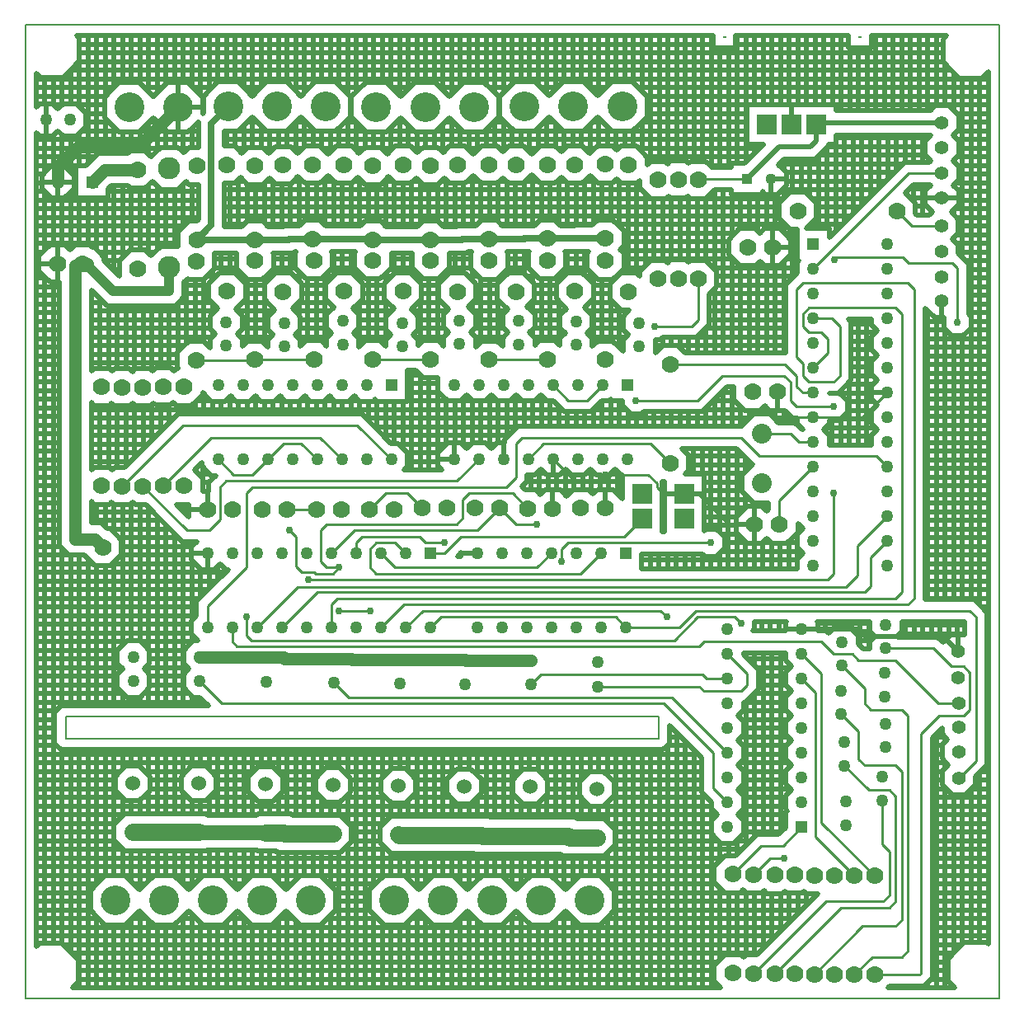
<source format=gbr>
G04 PROTEUS RS274X GERBER FILE*
%FSLAX45Y45*%
%MOMM*%
G01*
%ADD10C,0.254000*%
%ADD11C,0.635000*%
%ADD12C,1.270000*%
%ADD13C,1.778000*%
%ADD14C,0.508000*%
%ADD15C,1.524000*%
%ADD16C,1.016000*%
%ADD17C,0.762000*%
%ADD18C,1.778000*%
%ADD19R,1.270000X1.270000*%
%ADD70C,1.270000*%
%ADD71C,1.397000*%
%ADD20R,1.280000X1.280000*%
%ADD21C,0.254000*%
%ADD22C,1.280000*%
%ADD23C,3.048000*%
%ADD24C,2.032000*%
%ADD25C,1.524000*%
%ADD26R,1.120000X1.120000*%
%ADD27C,1.120000*%
%ADD28R,2.032000X2.032000*%
%ADD29C,2.286000*%
%ADD72R,0.300000X0.200000*%
%ADD73C,0.203200*%
%TD.AperFunction*%
D10*
X+2262380Y-3721900D02*
X+2555280Y-3429000D01*
X+2782700Y-3429000D01*
X+2971540Y-3240160D01*
X+2794000Y-3556000D02*
X+2649260Y-3556000D01*
X+2480820Y-3724440D01*
X+3512820Y-3736340D02*
X+3111500Y-3335020D01*
X+3111500Y-1856120D01*
X+2971540Y-1716160D01*
X+3720800Y-3739500D02*
X+3175000Y-3193700D01*
X+3175000Y-1665620D01*
X+2971540Y-1462160D01*
X+3799840Y-2964180D02*
X+3799840Y-3418840D01*
X+3873500Y-3492500D01*
X+3873500Y-3937000D01*
X+3810000Y-4000500D01*
X+3220760Y-4000500D01*
X+2480820Y-4740440D01*
X+3411220Y-2608580D02*
X+3660140Y-2857500D01*
X+3873500Y-2857500D01*
X+3937000Y-2921000D01*
X+3937000Y-4000500D01*
X+3873500Y-4064000D01*
X+3378240Y-4064000D01*
X+2694180Y-4748060D01*
X+3378200Y-2076420D02*
X+3556000Y-2254220D01*
X+3556000Y-2540000D01*
X+3619500Y-2603500D01*
X+3937000Y-2603500D01*
X+4000500Y-2667000D01*
X+4000500Y-4191000D01*
X+3937000Y-4254500D01*
X+3599220Y-4254500D01*
X+3103120Y-4750600D01*
X+3385060Y-1580680D02*
X+3619500Y-1815120D01*
X+3619500Y-1968500D01*
X+3683000Y-2032000D01*
X+4000500Y-2032000D01*
X+4064000Y-2095500D01*
X+4064000Y-4508500D01*
X+4000500Y-4572000D01*
X+3693160Y-4572000D01*
X+3512820Y-4752340D01*
X+3720800Y-4755500D02*
X+4183339Y-4755500D01*
X+4198620Y-4740219D01*
X+4198620Y-2278380D01*
X+4381500Y-2095500D01*
X+4635500Y-2095500D01*
X+4699000Y-2032000D01*
X+4699000Y-1651000D01*
X+4635500Y-1587500D01*
X+4508500Y-1587500D01*
X+4321980Y-1400980D01*
X+3836280Y-1400980D01*
D11*
X-1431020Y+2792700D02*
X-1441020Y+2802700D01*
X-2051020Y+2802700D01*
X-2286000Y+2802700D01*
X-2296000Y+2792700D01*
X-2641020Y+2792700D01*
X-238020Y+2801700D02*
X-508000Y+2801700D01*
X-517000Y+2792700D01*
X-841020Y+2792700D01*
D10*
X+358980Y+1566700D02*
X+127000Y+1566700D01*
X+122000Y+1561700D01*
X-236020Y+1561700D01*
X-2644020Y+1560700D02*
X-2648020Y+1556700D01*
X-3246020Y+1556700D01*
D11*
X+361980Y+2805700D02*
X+127000Y+2805700D01*
X+123000Y+2801700D01*
X-238020Y+2801700D01*
D10*
X-2038020Y+1563700D02*
X-2286000Y+1563700D01*
X-2289000Y+1560700D01*
X-2644020Y+1560700D01*
D11*
X+953980Y+2806700D02*
X+698500Y+2806700D01*
X+697500Y+2805700D01*
X+361980Y+2805700D01*
X-2641020Y+2792700D02*
X-3241020Y+2792700D01*
D10*
X-837020Y+1563700D02*
X-1433020Y+1563700D01*
D11*
X-841020Y+2792700D02*
X-1431020Y+2792700D01*
D10*
X+416980Y+1302700D02*
X+576680Y+1143000D01*
X+765280Y+1143000D01*
X+924980Y+1302700D01*
D12*
X-4314940Y+3385680D02*
X-4187800Y+3512820D01*
X-3845560Y+3512820D01*
X-2524480Y-1496040D02*
X-2349500Y-1496040D01*
X-2336800Y-1508740D01*
X-1833600Y-1508740D01*
X-487700Y-1518640D02*
X-480080Y-1526260D01*
X+193020Y-1526260D01*
X-1833600Y-1508740D02*
X-1651000Y-1508740D01*
X-1643640Y-1516100D01*
X-1158260Y-1516100D01*
X-952500Y-1516100D01*
X-949960Y-1518640D01*
X-487700Y-1518640D01*
D10*
X+876280Y-1794040D02*
X+1921040Y-1794040D01*
X+1968500Y-1841500D01*
X+2349500Y-1841500D01*
X+2413000Y-1778000D01*
X+2413000Y-1665620D01*
X+2209540Y-1462160D01*
X+1460500Y+1905000D02*
X+1846580Y+1905000D01*
X+1910080Y+1968500D01*
X+1910080Y+2390140D01*
X-1095720Y-428820D02*
X-1207040Y-317500D01*
X-1397000Y-317500D01*
X-1460500Y-381000D01*
X-1460500Y-571500D01*
X-1397000Y-635000D01*
X+699100Y-635000D01*
X+911280Y-422820D01*
X-1349720Y-428820D02*
X-1207040Y-571500D01*
X+254600Y-571500D01*
X+403280Y-422820D01*
X-698500Y-317500D02*
X-889000Y-317500D01*
X-952500Y-254000D01*
X-1540220Y-254000D01*
X-1603720Y-317500D01*
X-1603720Y-428820D01*
X-127000Y+38100D02*
X-355600Y-190500D01*
X-1619400Y-190500D01*
X-1857720Y-428820D01*
X-127000Y+38100D02*
X+38100Y-127000D01*
X+254000Y-127000D01*
X-1778000Y-571500D02*
X-1905000Y-571500D01*
X-1968500Y-508000D01*
X-1968500Y-190500D01*
X-1905000Y-127000D01*
X-571500Y-127000D01*
X-508000Y-63500D01*
X-508000Y+127000D01*
X-444500Y+190500D01*
X+5120Y+190500D01*
X+160820Y+34800D01*
X-1778000Y-1016000D02*
X-1460500Y-1016000D01*
X-2286000Y-190500D02*
X-2222500Y-254000D01*
X-2222500Y-558800D01*
X-2159000Y-622300D01*
X-2032000Y-622300D01*
X-2019300Y-635000D01*
X-1841500Y-635000D01*
X-1778000Y-571500D01*
X+162980Y+540700D02*
X+320780Y+698500D01*
X+1422440Y+698500D01*
X+1621320Y+499620D01*
D13*
X+183020Y-3326260D02*
X+571500Y-3326260D01*
X+589280Y-3344040D01*
X+866280Y-3344040D01*
X-497700Y-3318640D02*
X-317500Y-3318640D01*
X-309880Y-3326260D01*
X+183020Y-3326260D01*
X-1168260Y-3316100D02*
X-1165720Y-3318640D01*
X-497700Y-3318640D01*
X-2534480Y-3296040D02*
X-2349500Y-3296040D01*
X-2336800Y-3308740D01*
X-1843600Y-3308740D01*
X-3899740Y-3290320D02*
X-3221560Y-3290320D01*
D10*
X-345020Y+540700D02*
X-568220Y+317500D01*
X-2936780Y+317500D01*
X-3000280Y+254000D01*
X-3000280Y-79280D01*
X-3111500Y-190500D01*
X-3342640Y-190500D01*
X-3794760Y+261620D01*
X+1334300Y-71880D02*
X+1152180Y-254000D01*
X-523680Y-254000D01*
X-698500Y-428820D01*
X-841720Y-428820D01*
X-1243020Y+536700D02*
X-1595320Y+889000D01*
X-3380740Y+889000D01*
X-4008120Y+261620D01*
X-3585680Y+271020D02*
X-3094700Y+762000D01*
X-1976320Y+762000D01*
X-1751020Y+536700D01*
X+2487460Y-132840D02*
X+2222500Y-132840D01*
X+1906780Y+182880D01*
X+1762760Y+182880D01*
X+3088260Y+969920D02*
X+3596260Y+969920D01*
X+3850260Y+1223920D01*
X+1762760Y+182880D02*
X+1555280Y+182880D01*
X+1484160Y+254000D01*
X+1484160Y+293840D01*
X+1397000Y+381000D01*
X+952500Y+381000D01*
X+3088260Y+969920D02*
X+2829120Y+969920D01*
X+2719540Y+1079500D01*
X+2719540Y+1230120D01*
X+416980Y+540700D02*
X+640180Y+317500D01*
X+889000Y+317500D01*
X+952500Y+381000D01*
X-1463580Y+26360D02*
X-1299440Y+190500D01*
X-1074420Y+190500D01*
X-922020Y+38100D01*
X-2012220Y+26360D02*
X-2012380Y+26200D01*
X-2318260Y+26200D01*
X-3021020Y+536700D02*
X-2865320Y+381000D01*
X-2668720Y+381000D01*
X-2513020Y+536700D01*
X-2351220Y+698500D01*
X-2166820Y+698500D01*
X-2005020Y+536700D01*
X-1349720Y-1190820D02*
X-1111400Y-952500D01*
X+4064000Y-952500D01*
X+4127500Y-889000D01*
X+4127500Y+2286000D01*
X+4064000Y+2349500D01*
X+2984500Y+2349500D01*
X+2921000Y+2286000D01*
X+2921000Y+1587500D01*
X+2984500Y+1524000D01*
X+2984500Y+1397000D01*
X+3048000Y+1333500D01*
X+3302000Y+1333500D01*
X+3365500Y+1397000D01*
X+3365500Y+1905000D01*
X+3284580Y+1985920D01*
X+3088260Y+1985920D01*
X+3302000Y+1079500D02*
X+2921000Y+1079500D01*
X+2857500Y+1143000D01*
X+2857500Y+1333500D01*
X+2794000Y+1397000D01*
X+2159000Y+1397000D01*
X+1905000Y+1143000D01*
X+1270000Y+1143000D01*
X-1857720Y-1190820D02*
X-1857720Y-952500D01*
X-1794220Y-889000D01*
X+3937000Y-889000D01*
X+4000500Y-825500D01*
X+4000500Y+2032000D01*
X+3937000Y+2095500D01*
X+3048000Y+2095500D01*
X+2984500Y+2032000D01*
X+2984500Y+1905000D01*
X+3048000Y+1841500D01*
X+3175000Y+1841500D01*
X+3238500Y+1778000D01*
X+3238500Y+1628160D01*
X+3088260Y+1477920D01*
X+3302000Y+190500D02*
X+3302000Y-635000D01*
X+3238500Y-698500D01*
X-2095500Y-698500D01*
X+3850260Y-300080D02*
X+3683000Y-467340D01*
X+3683000Y-762000D01*
X+3619500Y-825500D01*
X-2000400Y-825500D01*
X-2365720Y-1190820D01*
X+3850260Y-46080D02*
X+3547289Y-349051D01*
X+3547289Y-656411D01*
X+3429000Y-774700D01*
X-2203600Y-774700D01*
X-2619720Y-1190820D01*
X+3850260Y+461920D02*
X+3740680Y+571500D01*
X+2540000Y+571500D01*
X+2349500Y+762000D01*
X+99480Y+762000D01*
X+35980Y+698500D01*
X+35980Y+353480D01*
X-63500Y+254000D01*
X-2667000Y+254000D01*
X-2730500Y+190500D01*
X-2730500Y-571500D01*
X-3127720Y-968720D01*
X-3127720Y-1190820D01*
X+1587500Y-1079500D02*
X+1524000Y-1016000D01*
X-920900Y-1016000D01*
X-1095720Y-1190820D01*
X+4411620Y+3476280D02*
X+4070620Y+3476280D01*
X+3088260Y+2493920D01*
X+1165280Y-1184820D02*
X+1714500Y-1184820D01*
X+1883320Y-1016000D01*
X+4699000Y-1016000D01*
X+4762500Y-1079500D01*
X+4762500Y-2557380D01*
X+4586260Y-2733620D01*
X+1621320Y+1515620D02*
X+2802380Y+1515620D01*
X+2921000Y+1397000D01*
X+2921000Y+1287420D01*
X+2984500Y+1223920D01*
X+3088260Y+1223920D01*
D14*
X+2409160Y+3418040D02*
X+2737620Y+3746500D01*
X+3060700Y+3746500D01*
X+3124200Y+3810000D01*
X+3124200Y+3972560D01*
D10*
X+4408120Y+2932800D02*
X+4105540Y+2932800D01*
X+3947160Y+3091180D01*
D14*
X+4411620Y+3996280D02*
X+3147920Y+3996280D01*
X+3124200Y+3972560D01*
D10*
X-841720Y-1190820D02*
X-730400Y-1079500D01*
X+1059960Y-1079500D01*
X+1165280Y-1184820D01*
X+2409160Y+3418040D02*
X+1921980Y+3418040D01*
X+1910080Y+3406140D01*
X+2559560Y+799300D02*
X+2857500Y+799300D01*
X+2940880Y+715920D01*
X+3088260Y+715920D01*
X+2741460Y-132840D02*
X+2741460Y+115120D01*
X+3088260Y+461920D01*
D15*
X-2534480Y-3296040D02*
X-3215840Y-3296040D01*
X-3221560Y-3290320D01*
D10*
X-3211560Y-1740320D02*
X-2981972Y-1969908D01*
X-1228744Y-1969908D01*
X+1554153Y-1969908D01*
X+2060765Y-2476520D01*
X+2060765Y-2761056D01*
X+2060765Y-2837385D01*
X+2209540Y-2986160D01*
D12*
X-3211560Y-1490320D02*
X-3048000Y-1490320D01*
X-3042280Y-1496040D01*
X-2524480Y-1496040D01*
D10*
X+4586260Y-1963620D02*
X+4376620Y-1963620D01*
X+3937000Y-1524000D01*
X+3556000Y-1524000D01*
X+3492500Y-1460500D01*
X+3302000Y-1460500D01*
X+3175000Y-1333500D01*
X+1968500Y-1333500D01*
X+1922000Y-1380000D01*
X-2827220Y-1380000D01*
X-2873720Y-1333500D01*
X-2873720Y-1190820D01*
X+2349500Y-1143000D02*
X+2286000Y-1079500D01*
X+1905000Y-1079500D01*
X+1664500Y-1320000D01*
X-2680500Y-1320000D01*
X-2730500Y-1270000D01*
X-2730500Y-1079500D01*
X+508000Y-508000D02*
X+508000Y-381000D01*
X+571500Y-317500D01*
X+2040000Y-317500D01*
X+2209540Y-1716160D02*
X+1998655Y-1716160D01*
X+1954319Y-1671824D01*
X+297456Y-1671824D01*
X+193020Y-1776260D01*
D11*
X-3241020Y+2792700D02*
X-3090000Y+2943720D01*
X-3090000Y+3987720D01*
X-2919020Y+4158700D01*
D12*
X-3435060Y+4152100D02*
X-3837160Y+3750000D01*
X-4456618Y+3750000D01*
X-4664940Y+3541678D01*
X-4664940Y+3385680D01*
D14*
X+2971540Y-1208160D02*
X+3556000Y-1208160D01*
X+3627840Y-1280000D01*
X+4422640Y-1280000D01*
X+4576260Y-1433620D01*
D10*
X+3311533Y+2583741D02*
X+3339428Y+2611636D01*
X+4011497Y+2611636D01*
X+4066374Y+2556759D01*
X+4515839Y+2556759D01*
X+4570716Y+2501882D01*
X+4570716Y+1945278D01*
D12*
X-4359500Y+2525620D02*
X-4359500Y+2547620D01*
X-4381500Y+2547620D01*
X-4414520Y+2547620D01*
D16*
X-4381500Y+2547620D02*
X-4359500Y+2525620D01*
X-4099560Y+2265680D01*
X-3524540Y+2265680D01*
X-3521240Y+2268980D01*
X-3521240Y+2510280D01*
D12*
X-4390000Y-281000D02*
X-4291000Y-281000D01*
X-4206000Y-366000D01*
X-4390000Y-281000D02*
X-4490000Y-281000D01*
X-4490000Y+2525620D01*
X-4359500Y+2525620D01*
D10*
X-1833600Y-1758740D02*
X-1682340Y-1910000D01*
X+1641380Y-1910000D01*
X+2209540Y-2478160D01*
D17*
X+2794000Y-3556000D03*
X+1460500Y+1905000D03*
X-698500Y-317500D03*
X+254000Y-127000D03*
X-1460500Y-1016000D03*
X-1778000Y-1016000D03*
X-1778000Y-571500D03*
X-2286000Y-190500D03*
X+952500Y+381000D03*
X+1270000Y+1143000D03*
X+3302000Y+1079500D03*
X-2095500Y-698500D03*
X+3302000Y+190500D03*
X+1587500Y-1079500D03*
X+2349500Y-1143000D03*
X-2730500Y-1079500D03*
X+508000Y-508000D03*
X+2040000Y-317500D03*
D18*
X-4206000Y-366000D03*
D17*
X+4570716Y+1945278D03*
X+3311533Y+2583741D03*
D14*
X+2143316Y-4888242D02*
X+2143316Y-4888242D01*
X+3857464Y-4888242D02*
X+4540101Y-4888242D01*
X-4459661Y-4799342D02*
X+2071881Y-4799342D01*
X+4301139Y-4799342D02*
X+4474201Y-4799342D01*
X-4459661Y-4710442D02*
X+2071881Y-4710442D01*
X+4312919Y-4710442D02*
X+4474201Y-4710442D01*
X-4459661Y-4621542D02*
X+2109332Y-4621542D01*
X+4312919Y-4621542D02*
X+4474201Y-4621542D01*
X-4526237Y-4532642D02*
X+2526976Y-4532642D01*
X+4312919Y-4532642D02*
X+4530617Y-4532642D01*
X-4888241Y-4443742D02*
X-4867383Y-4443742D01*
X-4615137Y-4443742D02*
X+2615876Y-4443742D01*
X+4312919Y-4443742D02*
X+4619517Y-4443742D01*
X-4888241Y-4354842D02*
X+2704776Y-4354842D01*
X+4312919Y-4354842D02*
X+4888242Y-4354842D01*
X-4888241Y-4265942D02*
X+2793676Y-4265942D01*
X+4312919Y-4265942D02*
X+4888242Y-4265942D01*
X-4888241Y-4177042D02*
X-4248607Y-4177042D01*
X-3903753Y-4177042D02*
X-3748227Y-4177042D01*
X-3403373Y-4177042D02*
X-3245007Y-4177042D01*
X-2899193Y-4177042D02*
X-2744627Y-4177042D01*
X-2398813Y-4177042D02*
X-2244247Y-4177042D01*
X-1898433Y-4177042D02*
X-1381527Y-4177042D01*
X-1040193Y-4177042D02*
X-881147Y-4177042D01*
X-539813Y-4177042D02*
X-379967Y-4177042D01*
X-33513Y-4177042D02*
X+120413Y-4177042D01*
X+466867Y-4177042D02*
X+620793Y-4177042D01*
X+967247Y-4177042D02*
X+2882576Y-4177042D01*
X+4312919Y-4177042D02*
X+4888242Y-4177042D01*
X-4888241Y-4088142D02*
X-4330179Y-4088142D01*
X-1817341Y-4088142D02*
X-1464859Y-4088142D01*
X+1048019Y-4088142D02*
X+2971476Y-4088142D01*
X+4312919Y-4088142D02*
X+4888242Y-4088142D01*
X-4888241Y-3999242D02*
X-4330179Y-3999242D01*
X-1817341Y-3999242D02*
X-1464859Y-3999242D01*
X+1048019Y-3999242D02*
X+3060376Y-3999242D01*
X+4312919Y-3999242D02*
X+4888242Y-3999242D01*
X-4888241Y-3910342D02*
X-4330179Y-3910342D01*
X-1817341Y-3910342D02*
X-1464859Y-3910342D01*
X+1048019Y-3910342D02*
X+2181416Y-3910342D01*
X+2343344Y-3910342D02*
X+2397316Y-3910342D01*
X+2564324Y-3910342D02*
X+2603056Y-3910342D01*
X+2785304Y-3910342D02*
X+2813876Y-3910342D01*
X+2985964Y-3910342D02*
X+3009456Y-3910342D01*
X+4312919Y-3910342D02*
X+4888242Y-3910342D01*
X-4888241Y-3821442D02*
X-4266571Y-3821442D01*
X-3885789Y-3821442D02*
X-3766191Y-3821442D01*
X-3385409Y-3821442D02*
X-3262011Y-3821442D01*
X-2882189Y-3821442D02*
X-2761631Y-3821442D01*
X-2381809Y-3821442D02*
X-2261251Y-3821442D01*
X-1881429Y-3821442D02*
X-1403011Y-3821442D01*
X-1018709Y-3821442D02*
X-902631Y-3821442D01*
X-518329Y-3821442D02*
X-396331Y-3821442D01*
X-17149Y-3821442D02*
X+104049Y-3821442D01*
X+483231Y-3821442D02*
X+604429Y-3821442D01*
X+983611Y-3821442D02*
X+2092516Y-3821442D01*
X+4312919Y-3821442D02*
X+4888242Y-3821442D01*
X-4888241Y-3732542D02*
X+2071881Y-3732542D01*
X+4312919Y-3732542D02*
X+4888242Y-3732542D01*
X-4888241Y-3643642D02*
X+2071881Y-3643642D01*
X+4312919Y-3643642D02*
X+4888242Y-3643642D01*
X-4888241Y-3554742D02*
X+2160132Y-3554742D01*
X+4312919Y-3554742D02*
X+4888242Y-3554742D01*
X-4888241Y-3465842D02*
X-3993624Y-3465842D01*
X-1731296Y-3465842D02*
X-1287924Y-3465842D01*
X+1013884Y-3465842D02*
X+2356796Y-3465842D01*
X+4312919Y-3465842D02*
X+4888242Y-3465842D01*
X-4888241Y-3376942D02*
X-4082524Y-3376942D01*
X-1653101Y-3376942D02*
X-1358759Y-3376942D01*
X+1056779Y-3376942D02*
X+2112837Y-3376942D01*
X+2306243Y-3376942D02*
X+2445696Y-3376942D01*
X+4312919Y-3376942D02*
X+4888242Y-3376942D01*
X-4888241Y-3288042D02*
X-4090239Y-3288042D01*
X-1653101Y-3288042D02*
X-1358759Y-3288042D01*
X+1056779Y-3288042D02*
X+2044441Y-3288042D01*
X+2374639Y-3288042D02*
X+2762016Y-3288042D01*
X+4312919Y-3288042D02*
X+4888242Y-3288042D01*
X-4888241Y-3199142D02*
X-4077968Y-3199142D01*
X-1683792Y-3199142D02*
X-1320708Y-3199142D01*
X+990788Y-3199142D02*
X+2044441Y-3199142D01*
X+2374639Y-3199142D02*
X+2806441Y-3199142D01*
X+4312919Y-3199142D02*
X+4888242Y-3199142D01*
X-4888241Y-3110242D02*
X-3989068Y-3110242D01*
X-3132232Y-3110242D02*
X-2618088Y-3110242D01*
X-2265892Y-3110242D02*
X+2100137Y-3110242D01*
X+2318943Y-3110242D02*
X+2806441Y-3110242D01*
X+4312919Y-3110242D02*
X+4888242Y-3110242D01*
X-4888241Y-3021342D02*
X+792136Y-3021342D01*
X+940424Y-3021342D02*
X+2044441Y-3021342D01*
X+2374639Y-3021342D02*
X+2806441Y-3021342D01*
X+4312919Y-3021342D02*
X+4888242Y-3021342D01*
X-4888241Y-2932442D02*
X-4009064Y-2932442D01*
X-3790416Y-2932442D02*
X-3330884Y-2932442D01*
X-3112236Y-2932442D02*
X-2649524Y-2932442D01*
X-2419436Y-2932442D02*
X-1971344Y-2932442D01*
X-1715856Y-2932442D02*
X-1303364Y-2932442D01*
X-1033156Y-2932442D02*
X-635344Y-2932442D01*
X-360056Y-2932442D02*
X+37756Y-2932442D01*
X+328284Y-2932442D02*
X+703236Y-2932442D01*
X+1029324Y-2932442D02*
X+1994180Y-2932442D01*
X+2374639Y-2932442D02*
X+2806441Y-2932442D01*
X+4312919Y-2932442D02*
X+4888242Y-2932442D01*
X-4888241Y-2843542D02*
X-4077539Y-2843542D01*
X-3721941Y-2843542D02*
X-3399359Y-2843542D01*
X-3043761Y-2843542D02*
X-2712279Y-2843542D01*
X-2356681Y-2843542D02*
X-2021399Y-2843542D01*
X-1665801Y-2843542D02*
X-1346059Y-2843542D01*
X-990461Y-2843542D02*
X-675499Y-2843542D01*
X-319901Y-2843542D02*
X+5221Y-2843542D01*
X+360819Y-2843542D02*
X+688481Y-2843542D01*
X+1044079Y-2843542D02*
X+1946466Y-2843542D01*
X+2331643Y-2843542D02*
X+2849437Y-2843542D01*
X+4312919Y-2843542D02*
X+4453716Y-2843542D01*
X+4718804Y-2843542D02*
X+4888242Y-2843542D01*
X-4888241Y-2754642D02*
X-4077539Y-2754642D01*
X-3721941Y-2754642D02*
X-3399359Y-2754642D01*
X-3043761Y-2754642D02*
X-2712279Y-2754642D01*
X-2356681Y-2754642D02*
X-2021399Y-2754642D01*
X-1665801Y-2754642D02*
X-1346059Y-2754642D01*
X-990461Y-2754642D02*
X-675499Y-2754642D01*
X-319901Y-2754642D02*
X+5221Y-2754642D01*
X+360819Y-2754642D02*
X+704232Y-2754642D01*
X+1028328Y-2754642D02*
X+1946466Y-2754642D01*
X+2374639Y-2754642D02*
X+2806441Y-2754642D01*
X+4312919Y-2754642D02*
X+4414811Y-2754642D01*
X+4757709Y-2754642D02*
X+4888242Y-2754642D01*
X-4888241Y-2665742D02*
X-4026608Y-2665742D01*
X-3772872Y-2665742D02*
X-3348428Y-2665742D01*
X-3094692Y-2665742D02*
X-2655628Y-2665742D01*
X-2413332Y-2665742D02*
X-1952048Y-2665742D01*
X-1735152Y-2665742D02*
X-1269348Y-2665742D01*
X-1067172Y-2665742D02*
X-596248Y-2665742D01*
X-399152Y-2665742D02*
X+92092Y-2665742D01*
X+273948Y-2665742D02*
X+1946466Y-2665742D01*
X+2374639Y-2665742D02*
X+2806441Y-2665742D01*
X+4312919Y-2665742D02*
X+4414811Y-2665742D01*
X+4815780Y-2665742D02*
X+4888242Y-2665742D01*
X-4888241Y-2576842D02*
X+1946466Y-2576842D01*
X+2344343Y-2576842D02*
X+2836737Y-2576842D01*
X+4312919Y-2576842D02*
X+4457016Y-2576842D01*
X+4876799Y-2576842D02*
X+4888242Y-2576842D01*
X-4888241Y-2487942D02*
X+1910545Y-2487942D01*
X+2374639Y-2487942D02*
X+2806441Y-2487942D01*
X+4312919Y-2487942D02*
X+4414811Y-2487942D01*
X+4876799Y-2487942D02*
X+4888242Y-2487942D01*
X-4888241Y-2399042D02*
X-4678269Y-2399042D01*
X+1594388Y-2399042D02*
X+1821645Y-2399042D01*
X+2363907Y-2399042D02*
X+2817173Y-2399042D01*
X+4312919Y-2399042D02*
X+4414811Y-2399042D01*
X+4876799Y-2399042D02*
X+4888242Y-2399042D01*
X-4888241Y-2310142D02*
X-4699159Y-2310142D01*
X+1615279Y-2310142D02*
X+1732745Y-2310142D01*
X+2357043Y-2310142D02*
X+2824037Y-2310142D01*
X+4328500Y-2310142D02*
X+4440316Y-2310142D01*
X+4876799Y-2310142D02*
X+4888242Y-2310142D01*
X-4888241Y-2221242D02*
X-4699159Y-2221242D01*
X+1615279Y-2221242D02*
X+1643845Y-2221242D01*
X+2374639Y-2221242D02*
X+2806441Y-2221242D01*
X+4876799Y-2221242D02*
X+4888242Y-2221242D01*
X-4888241Y-2132342D02*
X-4699159Y-2132342D01*
X+2351207Y-2132342D02*
X+2829873Y-2132342D01*
X+4876799Y-2132342D02*
X+4888242Y-2132342D01*
X-4888241Y-2043442D02*
X-4683092Y-2043442D01*
X+2369743Y-2043442D02*
X+2811337Y-2043442D01*
X+4876799Y-2043442D02*
X+4888242Y-2043442D01*
X-4888241Y-1954542D02*
X-3158980Y-1954542D01*
X+2398100Y-1954542D02*
X+2806441Y-1954542D01*
X+4876799Y-1954542D02*
X+4888242Y-1954542D01*
X-4888241Y-1865642D02*
X-3997903Y-1865642D01*
X-3781577Y-1865642D02*
X-3319723Y-1865642D01*
X+2487000Y-1865642D02*
X+2842573Y-1865642D01*
X+4876799Y-1865642D02*
X+4888242Y-1865642D01*
X-4888241Y-1776742D02*
X-4054839Y-1776742D01*
X-3724641Y-1776742D02*
X-3376659Y-1776742D01*
X+2527299Y-1776742D02*
X+2806441Y-1776742D01*
X+4876799Y-1776742D02*
X+4888242Y-1776742D01*
X-4888241Y-1687842D02*
X-4054839Y-1687842D01*
X-3724641Y-1687842D02*
X-3376659Y-1687842D01*
X+2527299Y-1687842D02*
X+2806441Y-1687842D01*
X+4876799Y-1687842D02*
X+4888242Y-1687842D01*
X-4888241Y-1598942D02*
X-4014603Y-1598942D01*
X-3764877Y-1598942D02*
X-3336423Y-1598942D01*
X+2507964Y-1598942D02*
X+2855273Y-1598942D01*
X+4876799Y-1598942D02*
X+4888242Y-1598942D01*
X-4888241Y-1510042D02*
X-4054839Y-1510042D01*
X-3724641Y-1510042D02*
X-3376659Y-1510042D01*
X+2419064Y-1510042D02*
X+2806441Y-1510042D01*
X+4876799Y-1510042D02*
X+4888242Y-1510042D01*
X-4888241Y-1421142D02*
X-4054047Y-1421142D01*
X-3725433Y-1421142D02*
X-3375867Y-1421142D01*
X+4876799Y-1421142D02*
X+4888242Y-1421142D01*
X-4888241Y-1332242D02*
X-3965147Y-1332242D01*
X-3814333Y-1332242D02*
X-3286967Y-1332242D01*
X+4876799Y-1332242D02*
X+4888242Y-1332242D01*
X-4888241Y-1243342D02*
X-3292819Y-1243342D01*
X+4876799Y-1243342D02*
X+4888242Y-1243342D01*
X-4888241Y-1154442D02*
X-3292819Y-1154442D01*
X+4876799Y-1154442D02*
X+4888242Y-1154442D01*
X-4888241Y-1065542D02*
X-3242019Y-1065542D01*
X+4876799Y-1065542D02*
X+4888242Y-1065542D01*
X-4888241Y-976642D02*
X-3242019Y-976642D01*
X+4821284Y-976642D02*
X+4888242Y-976642D01*
X-4888241Y-887742D02*
X-3208384Y-887742D01*
X+4241799Y-887742D02*
X+4888242Y-887742D01*
X-4888241Y-798842D02*
X-3119484Y-798842D01*
X+4241799Y-798842D02*
X+4888242Y-798842D01*
X-4888241Y-709942D02*
X-3030584Y-709942D01*
X+4241799Y-709942D02*
X+4888242Y-709942D01*
X-4888241Y-621042D02*
X-2941684Y-621042D01*
X+4241799Y-621042D02*
X+4888242Y-621042D01*
X-4888241Y-532142D02*
X-4309264Y-532142D01*
X-4102736Y-532142D02*
X-3257883Y-532142D01*
X+4241799Y-532142D02*
X+4888242Y-532142D01*
X-4888241Y-443242D02*
X-4561242Y-443242D01*
X-4015501Y-443242D02*
X-3292819Y-443242D01*
X+4241799Y-443242D02*
X+4888242Y-443242D01*
X-4888241Y-354342D02*
X-4650142Y-354342D01*
X-4015501Y-354342D02*
X-3286727Y-354342D01*
X+4241799Y-354342D02*
X+4888242Y-354342D01*
X-4888241Y-265442D02*
X-4655098Y-265442D01*
X-4037152Y-265442D02*
X-3429340Y-265442D01*
X+4241799Y-265442D02*
X+4888242Y-265442D01*
X-4888241Y-176542D02*
X-4655098Y-176542D01*
X-4126052Y-176542D02*
X-3518240Y-176542D01*
X+4241799Y-176542D02*
X+4888242Y-176542D01*
X-4888241Y-87642D02*
X-4655098Y-87642D01*
X-4324902Y-87642D02*
X-3607140Y-87642D01*
X+4241799Y-87642D02*
X+4888242Y-87642D01*
X-4888241Y+1258D02*
X-4655098Y+1258D01*
X-4324902Y+1258D02*
X-3696040Y+1258D01*
X+4241799Y+1258D02*
X+4888242Y+1258D01*
X-4888241Y+90158D02*
X-4655098Y+90158D01*
X-4324902Y+90158D02*
X-4311804Y+90158D01*
X-4120996Y+90158D02*
X-4106064Y+90158D01*
X-3910176Y+90158D02*
X-3892704Y+90158D01*
X+4241799Y+90158D02*
X+4888242Y+90158D01*
X-4888241Y+179058D02*
X-4655098Y+179058D01*
X+4241799Y+179058D02*
X+4888242Y+179058D01*
X-4888241Y+267958D02*
X-4655098Y+267958D01*
X+4241799Y+267958D02*
X+4888242Y+267958D01*
X-4888241Y+356858D02*
X-4655098Y+356858D01*
X+4241799Y+356858D02*
X+4888242Y+356858D01*
X-4888241Y+445758D02*
X-4655098Y+445758D01*
X+4241799Y+445758D02*
X+4888242Y+445758D01*
X-4888241Y+534658D02*
X-4655098Y+534658D01*
X+4241799Y+534658D02*
X+4888242Y+534658D01*
X-4888241Y+623558D02*
X-4655098Y+623558D01*
X+4241799Y+623558D02*
X+4888242Y+623558D01*
X-4888241Y+712458D02*
X-4655098Y+712458D01*
X+4241799Y+712458D02*
X+4888242Y+712458D01*
X-4888241Y+801358D02*
X-4655098Y+801358D01*
X+4241799Y+801358D02*
X+4888242Y+801358D01*
X-4888241Y+890258D02*
X-4655098Y+890258D01*
X+4241799Y+890258D02*
X+4888242Y+890258D01*
X-4888241Y+979158D02*
X-4655098Y+979158D01*
X+4241799Y+979158D02*
X+4888242Y+979158D01*
X-4888241Y+1068058D02*
X-4655098Y+1068058D01*
X+4241799Y+1068058D02*
X+4888242Y+1068058D01*
X-4888241Y+1156958D02*
X-4655098Y+1156958D01*
X+4241799Y+1156958D02*
X+4888242Y+1156958D01*
X-4888241Y+1245858D02*
X-4655098Y+1245858D01*
X+4241799Y+1245858D02*
X+4888242Y+1245858D01*
X-4888241Y+1334758D02*
X-4655098Y+1334758D01*
X+4241799Y+1334758D02*
X+4888242Y+1334758D01*
X-4888241Y+1423658D02*
X-4655098Y+1423658D01*
X+4241799Y+1423658D02*
X+4888242Y+1423658D01*
X-4888241Y+1512558D02*
X-4655098Y+1512558D01*
X+4241799Y+1512558D02*
X+4888242Y+1512558D01*
X-4888241Y+1601458D02*
X-4655098Y+1601458D01*
X+4241799Y+1601458D02*
X+4888242Y+1601458D01*
X-4888241Y+1690358D02*
X-4655098Y+1690358D01*
X+4241799Y+1690358D02*
X+4888242Y+1690358D01*
X-4888241Y+1779258D02*
X-4655098Y+1779258D01*
X+4241799Y+1779258D02*
X+4888242Y+1779258D01*
X-4888241Y+1868158D02*
X-4655098Y+1868158D01*
X+4241799Y+1868158D02*
X+4450272Y+1868158D01*
X+4691160Y+1868158D02*
X+4888242Y+1868158D01*
X-4888241Y+1957058D02*
X-4655098Y+1957058D01*
X+4241799Y+1957058D02*
X+4431017Y+1957058D01*
X+4710415Y+1957058D02*
X+4888242Y+1957058D01*
X-4888241Y+2045958D02*
X-4655098Y+2045958D01*
X+4241799Y+2045958D02*
X+4282496Y+2045958D01*
X+4685015Y+2045958D02*
X+4888242Y+2045958D01*
X-4888241Y+2134858D02*
X-4655098Y+2134858D01*
X+4685015Y+2134858D02*
X+4888242Y+2134858D01*
X-4888241Y+2223758D02*
X-4655098Y+2223758D01*
X+4685015Y+2223758D02*
X+4888242Y+2223758D01*
X-4888241Y+2312658D02*
X-4655098Y+2312658D01*
X+4685015Y+2312658D02*
X+4888242Y+2312658D01*
X-4888241Y+2401558D02*
X-4791864Y+2401558D01*
X+4685015Y+2401558D02*
X+4888242Y+2401558D01*
X-4888241Y+2490458D02*
X-4859019Y+2490458D01*
X-4108814Y+2490458D02*
X-4036059Y+2490458D01*
X+4685015Y+2490458D02*
X+4888242Y+2490458D01*
X-4888241Y+2579358D02*
X-4859019Y+2579358D01*
X-4194401Y+2579358D02*
X-4032428Y+2579358D01*
X+4654882Y+2579358D02*
X+4888242Y+2579358D01*
X-4888241Y+2668258D02*
X-4817288Y+2668258D01*
X-4246654Y+2668258D02*
X-3943528Y+2668258D01*
X-3747592Y+2668258D02*
X-3668588Y+2668258D01*
X+4579569Y+2668258D02*
X+4888242Y+2668258D01*
X-4888241Y+2757158D02*
X-3431519Y+2757158D01*
X+4566228Y+2757158D02*
X+4888242Y+2757158D01*
X-4888241Y+2846058D02*
X-3431519Y+2846058D01*
X+4563844Y+2846058D02*
X+4888242Y+2846058D01*
X-4888241Y+2934958D02*
X-3368168Y+2934958D01*
X+4579569Y+2934958D02*
X+4888242Y+2934958D01*
X-4888241Y+3023858D02*
X-3223349Y+3023858D01*
X+4559528Y+3023858D02*
X+4888242Y+3023858D01*
X-4888241Y+3112758D02*
X-3223349Y+3112758D01*
X+4540564Y+3112758D02*
X+4888242Y+3112758D01*
X-4888241Y+3201658D02*
X-3223349Y+3201658D01*
X+4583069Y+3201658D02*
X+4888242Y+3201658D01*
X-4888241Y+3290558D02*
X-4804010Y+3290558D01*
X-4525870Y+3290558D02*
X-4480539Y+3290558D01*
X-4149341Y+3290558D02*
X-3223349Y+3290558D01*
X+4583069Y+3290558D02*
X+4888242Y+3290558D01*
X-4888241Y+3379458D02*
X-4830539Y+3379458D01*
X-4499341Y+3379458D02*
X-4480539Y+3379458D01*
X-3709516Y+3379458D02*
X-3679744Y+3379458D01*
X-3362735Y+3379458D02*
X-3337184Y+3379458D01*
X+4557264Y+3379458D02*
X+4888242Y+3379458D01*
X-4888241Y+3468358D02*
X-4816454Y+3468358D01*
X-4513426Y+3468358D02*
X-4480539Y+3468358D01*
X+4583069Y+3468358D02*
X+4888242Y+3468358D01*
X-4888241Y+3557258D02*
X-4376846Y+3557258D01*
X+2028368Y+3557258D02*
X+2251561Y+3557258D01*
X+4573108Y+3557258D02*
X+4888242Y+3557258D01*
X-4888241Y+3646158D02*
X-4287946Y+3646158D01*
X-3709492Y+3646158D02*
X-3706688Y+3646158D01*
X+1377928Y+3646158D02*
X+2457676Y+3646158D01*
X+4563964Y+3646158D02*
X+4888242Y+3646158D01*
X-4888241Y+3735058D02*
X-3617788Y+3735058D01*
X-3424691Y+3735058D02*
X-3328068Y+3735058D01*
X-2831972Y+3735058D02*
X-2728068Y+3735058D01*
X-2553972Y+3735058D02*
X-2450068Y+3735058D01*
X-2259972Y+3735058D02*
X-2148068Y+3735058D01*
X-1953972Y+3735058D02*
X-1824068Y+3735058D01*
X-1629972Y+3735058D02*
X-1518068Y+3735058D01*
X-1343972Y+3735058D02*
X-1221068Y+3735058D01*
X-1026972Y+3735058D02*
X-928068Y+3735058D01*
X-753972Y+3735058D02*
X-660068Y+3735058D01*
X-467972Y+3735058D02*
X-334068Y+3735058D01*
X-141972Y+3735058D02*
X-58068Y+3735058D01*
X+134028Y+3735058D02*
X+261932Y+3735058D01*
X+462028Y+3735058D02*
X+540932Y+3735058D01*
X+741028Y+3735058D02*
X+852932Y+3735058D01*
X+1055028Y+3735058D02*
X+1096932Y+3735058D01*
X+1289028Y+3735058D02*
X+2546576Y+3735058D01*
X+4583069Y+3735058D02*
X+4888242Y+3735058D01*
X-4888241Y+3823958D02*
X-3223349Y+3823958D01*
X-2956651Y+3823958D02*
X+2413001Y+3823958D01*
X+4566408Y+3823958D02*
X+4888242Y+3823958D01*
X-4421077Y+3912858D02*
X-4055407Y+3912858D01*
X-3815473Y+3912858D02*
X-3555027Y+3912858D01*
X-3315093Y+3912858D02*
X-3223349Y+3912858D01*
X-2805653Y+3912858D02*
X-2532007Y+3912858D01*
X-2305273Y+3912858D02*
X-2031627Y+3912858D01*
X-1804893Y+3912858D02*
X-1511387Y+3912858D01*
X-1280653Y+3912858D02*
X-1011007Y+3912858D01*
X-780273Y+3912858D02*
X-510627Y+3912858D01*
X-279893Y+3912858D02*
X+16613Y+3912858D01*
X+237347Y+3912858D02*
X+516993Y+3912858D01*
X+737727Y+3912858D02*
X+1017373Y+3912858D01*
X+1238107Y+3912858D02*
X+2413001Y+3912858D01*
X+4570664Y+3912858D02*
X+4888242Y+3912858D01*
X-4378961Y+4001758D02*
X-4144307Y+4001758D01*
X-3726573Y+4001758D02*
X-3643927Y+4001758D01*
X-3226193Y+4001758D02*
X-3223349Y+4001758D01*
X-2716753Y+4001758D02*
X-2620907Y+4001758D01*
X-2216373Y+4001758D02*
X-2120527Y+4001758D01*
X-1715993Y+4001758D02*
X-1600287Y+4001758D01*
X-1191753Y+4001758D02*
X-1099907Y+4001758D01*
X-691373Y+4001758D02*
X-599527Y+4001758D01*
X-190993Y+4001758D02*
X-72287Y+4001758D01*
X+326247Y+4001758D02*
X+428093Y+4001758D01*
X+826627Y+4001758D02*
X+928473Y+4001758D01*
X+1327007Y+4001758D02*
X+2413001Y+4001758D01*
X+4583069Y+4001758D02*
X+4888242Y+4001758D01*
X-4378961Y+4090658D02*
X-4189439Y+4090658D01*
X-3181061Y+4090658D02*
X-3175644Y+4090658D01*
X-1664261Y+4090658D02*
X-1650019Y+4090658D01*
X-141261Y+4090658D02*
X-127019Y+4090658D01*
X+1381739Y+4090658D02*
X+2413001Y+4090658D01*
X+4559708Y+4090658D02*
X+4888242Y+4090658D01*
X-4888242Y+4179558D02*
X-4861347Y+4179558D01*
X-4706773Y+4179558D02*
X-4621347Y+4179558D01*
X-4466773Y+4179558D02*
X-4189439Y+4179558D01*
X-3181061Y+4179558D02*
X-3173019Y+4179558D01*
X-1664261Y+4179558D02*
X-1650019Y+4179558D01*
X-141261Y+4179558D02*
X-127019Y+4179558D01*
X+1381739Y+4179558D02*
X+4888242Y+4179558D01*
X-4888242Y+4268458D02*
X-4178291Y+4268458D01*
X-3692589Y+4268458D02*
X-3677911Y+4268458D01*
X-3192209Y+4268458D02*
X-3168471Y+4268458D01*
X-2669569Y+4268458D02*
X-2668091Y+4268458D01*
X-2169189Y+4268458D02*
X-2167711Y+4268458D01*
X-1668809Y+4268458D02*
X-1643471Y+4268458D01*
X-1148569Y+4268458D02*
X-1143091Y+4268458D01*
X-648189Y+4268458D02*
X-642711Y+4268458D01*
X-147809Y+4268458D02*
X-125471Y+4268458D01*
X+1380191Y+4268458D02*
X+4888242Y+4268458D01*
X-4888242Y+4357358D02*
X-4089391Y+4357358D01*
X-3781489Y+4357358D02*
X-3589011Y+4357358D01*
X-3281109Y+4357358D02*
X-3079571Y+4357358D01*
X-2758469Y+4357358D02*
X-2579191Y+4357358D01*
X-2258089Y+4357358D02*
X-2078811Y+4357358D01*
X-1757709Y+4357358D02*
X-1554571Y+4357358D01*
X-1237469Y+4357358D02*
X-1054191Y+4357358D01*
X-737089Y+4357358D02*
X-553811Y+4357358D01*
X-236709Y+4357358D02*
X-36571Y+4357358D01*
X+290531Y+4357358D02*
X+463809Y+4357358D01*
X+790911Y+4357358D02*
X+964189Y+4357358D01*
X+1291291Y+4357358D02*
X+4888242Y+4357358D01*
X-4888242Y+4446258D02*
X+4888242Y+4446258D01*
X-4538261Y+4535158D02*
X+4504541Y+4535158D01*
X-4449361Y+4624058D02*
X+4423401Y+4624058D01*
X-4446961Y+4712958D02*
X+4423401Y+4712958D01*
X-4446961Y+4801858D02*
X+2062101Y+4801858D01*
X+2295299Y+4801858D02*
X+3452101Y+4801858D01*
X+3685299Y+4801858D02*
X+4423401Y+4801858D01*
X-4475461Y+4888242D02*
X+2062101Y+4888242D01*
X+2295299Y+4888242D02*
X+3452101Y+4888242D01*
X+3685299Y+4888242D02*
X+4462061Y+4888242D01*
X-4888242Y+3894057D02*
X-4888242Y+3894057D01*
X-4888242Y+4152663D02*
X-4888242Y+4504541D01*
X-4799342Y-4434261D02*
X-4799342Y+2409036D01*
X-4799342Y+2686204D02*
X-4799342Y+3285890D01*
X-4799342Y+3485470D02*
X-4799342Y+3858261D01*
X-4799342Y+4188459D02*
X-4799342Y+4461501D01*
X-4710442Y-4434261D02*
X-4710442Y+2357121D01*
X-4710442Y+2738119D02*
X-4710442Y+3220081D01*
X-4710442Y+3551279D02*
X-4710442Y+3863493D01*
X-4710442Y+4183227D02*
X-4710442Y+4461501D01*
X-4621542Y-4437337D02*
X-4621542Y-2443619D01*
X-4621542Y-1994041D02*
X-4621542Y-382942D01*
X-4621542Y+2738119D02*
X-4621542Y+3220081D01*
X-4621542Y+3551279D02*
X-4621542Y+3867357D01*
X-4621542Y+4179363D02*
X-4621542Y+4461501D01*
X-4532642Y-4526237D02*
X-4532642Y-2443619D01*
X-4532642Y-1994041D02*
X-4532642Y-446099D01*
X-4532642Y+2698904D02*
X-4532642Y+3283786D01*
X-4532642Y+3487574D02*
X-4532642Y+3858261D01*
X-4532642Y+4188459D02*
X-4532642Y+4540777D01*
X-4443742Y-4888241D02*
X-4443742Y-2443619D01*
X-4443742Y-1994041D02*
X-4443742Y-446099D01*
X-4443742Y+2738119D02*
X-4443742Y+3220081D01*
X-4443742Y+3551279D02*
X-4443742Y+3890193D01*
X-4443742Y+4156527D02*
X-4443742Y+4888242D01*
X-4354842Y-4888241D02*
X-4354842Y-2443619D01*
X-4354842Y-1994041D02*
X-4354842Y-486564D01*
X-4354842Y+2738119D02*
X-4354842Y+3220081D01*
X-4354842Y+3579262D02*
X-4354842Y+4888242D01*
X-4265942Y-4888241D02*
X-4265942Y-4159707D01*
X-4265942Y-3820813D02*
X-4265942Y-2443619D01*
X-4265942Y-1994041D02*
X-4265942Y-556499D01*
X-4265942Y-115901D02*
X-4265942Y+73661D01*
X-4265942Y+2687546D02*
X-4265942Y+3220081D01*
X-4265942Y+3668162D02*
X-4265942Y+4888242D01*
X-4177042Y-4888241D02*
X-4177042Y-4244259D01*
X-4177042Y-3736261D02*
X-4177042Y-2443619D01*
X-4177042Y-1994041D02*
X-4177042Y-556499D01*
X-4177042Y-161473D02*
X-4177042Y+73661D01*
X-4177042Y+2558686D02*
X-4177042Y+3220081D01*
X-4177042Y+3677919D02*
X-4177042Y+4034493D01*
X-4177042Y+4269707D02*
X-4177042Y+4888242D01*
X-4088142Y-4888241D02*
X-4088142Y-4244259D01*
X-4088142Y-3736261D02*
X-4088142Y-3371324D01*
X-4088142Y-3209316D02*
X-4088142Y-2443619D01*
X-4088142Y-1994041D02*
X-4088142Y-517548D01*
X-4088142Y-214452D02*
X-4088142Y+72236D01*
X-4088142Y+2469786D02*
X-4088142Y+3347721D01*
X-4088142Y+3677919D02*
X-4088142Y+3945593D01*
X-4088142Y+4358607D02*
X-4088142Y+4888242D01*
X-3999242Y-4888241D02*
X-3999242Y-4244259D01*
X-3999242Y-3736261D02*
X-3999242Y-3460224D01*
X-3999242Y-3120416D02*
X-3999242Y-2942264D01*
X-3999242Y-2638376D02*
X-3999242Y-2443619D01*
X-3999242Y-1994041D02*
X-3999242Y-1864303D01*
X-3999242Y-1616337D02*
X-3999242Y-1614303D01*
X-3999242Y-1366337D02*
X-3999242Y+71121D01*
X-3999242Y+2612544D02*
X-3999242Y+3347721D01*
X-3999242Y+3677919D02*
X-3999242Y+3898101D01*
X-3999242Y+4406099D02*
X-3999242Y+4888242D01*
X-3910342Y-4888241D02*
X-3910342Y-4183631D01*
X-3910342Y-3796889D02*
X-3910342Y-3480819D01*
X-3910342Y-3099821D02*
X-3910342Y-2968119D01*
X-3910342Y-2612521D02*
X-3910342Y-2443619D01*
X-3910342Y-1994041D02*
X-3910342Y-1905419D01*
X-3910342Y-1325221D02*
X-3910342Y+89992D01*
X-3910342Y+2687319D02*
X-3910342Y+3322321D01*
X-3910342Y+3703319D02*
X-3910342Y+3898101D01*
X-3910342Y+4406099D02*
X-3910342Y+4888242D01*
X-3821442Y-4888241D02*
X-3821442Y-4103827D01*
X-3821442Y-3876693D02*
X-3821442Y-3480819D01*
X-3821442Y-3099821D02*
X-3821442Y-2963468D01*
X-3821442Y-2617172D02*
X-3821442Y-2443619D01*
X-3821442Y-1994041D02*
X-3821442Y-1905419D01*
X-3821442Y-1325221D02*
X-3821442Y+71121D01*
X-3821442Y+2687319D02*
X-3821442Y+3322321D01*
X-3821442Y+3703319D02*
X-3821442Y+3906889D01*
X-3821442Y+4397311D02*
X-3821442Y+4888242D01*
X-3732542Y-4888241D02*
X-3732542Y-4192727D01*
X-3732542Y-3787793D02*
X-3732542Y-3480819D01*
X-3732542Y-3099821D02*
X-3732542Y-2874568D01*
X-3732542Y-2706072D02*
X-3732542Y-2443619D01*
X-3732542Y-1994041D02*
X-3732542Y-1816607D01*
X-3732542Y-1664033D02*
X-3732542Y-1566607D01*
X-3732542Y-1414033D02*
X-3732542Y+37760D01*
X-3732542Y+2653208D02*
X-3732542Y+3356432D01*
X-3732542Y+3669208D02*
X-3732542Y+3995789D01*
X-3732542Y+4308411D02*
X-3732542Y+4888242D01*
X-3643642Y-4888241D02*
X-3643642Y-4244259D01*
X-3643642Y-3736261D02*
X-3643642Y-3480819D01*
X-3643642Y-3099821D02*
X-3643642Y-2443619D01*
X-3643642Y-1994041D02*
X-3643642Y-51140D01*
X-3643642Y+2693204D02*
X-3643642Y+3343355D01*
X-3643642Y+3709204D02*
X-3643642Y+4001473D01*
X-3643642Y+4302727D02*
X-3643642Y+4888242D01*
X-3554742Y-4888241D02*
X-3554742Y-4244259D01*
X-3554742Y-3736261D02*
X-3554742Y-3480819D01*
X-3554742Y-3099821D02*
X-3554742Y-2443619D01*
X-3554742Y-1994041D02*
X-3554742Y-140040D01*
X-3554742Y+2726179D02*
X-3554742Y+3310381D01*
X-3554742Y+3742179D02*
X-3554742Y+3912573D01*
X-3554742Y+4391627D02*
X-3554742Y+4888242D01*
X-3465842Y-4888241D02*
X-3465842Y-4239511D01*
X-3465842Y-3741009D02*
X-3465842Y-3480819D01*
X-3465842Y-3099821D02*
X-3465842Y-2443619D01*
X-3465842Y-1994041D02*
X-3465842Y-228940D01*
X-3465842Y+2726179D02*
X-3465842Y+3310381D01*
X-3465842Y+3742179D02*
X-3465842Y+3898101D01*
X-3465842Y+4406099D02*
X-3465842Y+4888242D01*
X-3376942Y-4888241D02*
X-3376942Y-4150611D01*
X-3376942Y-3829909D02*
X-3376942Y-3480819D01*
X-3376942Y-3099821D02*
X-3376942Y-2886384D01*
X-3376942Y-2694256D02*
X-3376942Y-2443619D01*
X-3376942Y-1994041D02*
X-3376942Y-304798D01*
X-3376942Y+2926184D02*
X-3376942Y+3365251D01*
X-3376942Y+3687308D02*
X-3376942Y+3898101D01*
X-3376942Y+4406099D02*
X-3376942Y+4888242D01*
X-3288042Y-4888241D02*
X-3288042Y-4134007D01*
X-3288042Y-3847473D02*
X-3288042Y-3480819D01*
X-3288042Y-3099821D02*
X-3288042Y-2968119D01*
X-3288042Y-2612521D02*
X-3288042Y-2443619D01*
X-3288042Y-1994041D02*
X-3288042Y-1897323D01*
X-3288042Y-1333317D02*
X-3288042Y-1263983D01*
X-3288042Y-1117657D02*
X-3288042Y-501983D01*
X-3288042Y-355657D02*
X-3288042Y-304798D01*
X-3288042Y+2983199D02*
X-3288042Y+3362201D01*
X-3288042Y+3743199D02*
X-3288042Y+3939909D01*
X-3288042Y+4364291D02*
X-3288042Y+4888242D01*
X-3199142Y-4888241D02*
X-3199142Y-4222907D01*
X-3199142Y-3758573D02*
X-3199142Y-3480819D01*
X-3199142Y-3099821D02*
X-3199142Y-2968119D01*
X-3199142Y-2612521D02*
X-3199142Y-2443619D01*
X-3199142Y-1994041D02*
X-3199142Y-1914380D01*
X-3199142Y-878500D02*
X-3199142Y-590883D01*
X-3199142Y+4275391D02*
X-3199142Y+4888242D01*
X-3110242Y-4888241D02*
X-3110242Y-4244739D01*
X-3110242Y-3736741D02*
X-3110242Y-3473839D01*
X-3110242Y-3118241D02*
X-3110242Y-2930448D01*
X-3110242Y-2650192D02*
X-3110242Y-2443619D01*
X-3110242Y-789600D02*
X-3110242Y-593919D01*
X-3110242Y+4326687D02*
X-3110242Y+4888242D01*
X-3021342Y-4888241D02*
X-3021342Y-4244739D01*
X-3021342Y-3736741D02*
X-3021342Y-3473839D01*
X-3021342Y-3118241D02*
X-3021342Y-2443619D01*
X-3021342Y-700700D02*
X-3021342Y-555927D01*
X-3021342Y+4412699D02*
X-3021342Y+4888242D01*
X-2932442Y-4888241D02*
X-2932442Y-4210291D01*
X-2932442Y-3771189D02*
X-2932442Y-3473839D01*
X-2932442Y-3118241D02*
X-2932442Y-2443619D01*
X-2932442Y-611800D02*
X-2932442Y-593919D01*
X-2932442Y+3754199D02*
X-2932442Y+3904701D01*
X-2932442Y+4412699D02*
X-2932442Y+4888242D01*
X-2843542Y-4888241D02*
X-2843542Y-4121391D01*
X-2843542Y-3860089D02*
X-2843542Y-3473839D01*
X-2843542Y-3118241D02*
X-2843542Y-2443619D01*
X-2843542Y+3746628D02*
X-2843542Y+3904701D01*
X-2843542Y+4412699D02*
X-2843542Y+4888242D01*
X-2754642Y-4888241D02*
X-2754642Y-4167027D01*
X-2754642Y-3814453D02*
X-2754642Y-3473839D01*
X-2754642Y-3118241D02*
X-2754642Y-2443619D01*
X-2754642Y+3708484D02*
X-2754642Y+3963869D01*
X-2754642Y+4353531D02*
X-2754642Y+4888242D01*
X-2665742Y-4888241D02*
X-2665742Y-4244739D01*
X-2665742Y-3736741D02*
X-2665742Y-3473839D01*
X-2665742Y-3118241D02*
X-2665742Y-2916224D01*
X-2665742Y-2675856D02*
X-2665742Y-2443619D01*
X-2665742Y+3743199D02*
X-2665742Y+4046593D01*
X-2665742Y+4270807D02*
X-2665742Y+4888242D01*
X-2576842Y-4888241D02*
X-2576842Y-4244739D01*
X-2576842Y-3736741D02*
X-2576842Y-3486539D01*
X-2576842Y-3105541D02*
X-2576842Y-2973839D01*
X-2576842Y-2618241D02*
X-2576842Y-2443619D01*
X-2576842Y+3743199D02*
X-2576842Y+3957693D01*
X-2576842Y+4359707D02*
X-2576842Y+4888242D01*
X-2487942Y-4888241D02*
X-2487942Y-4244739D01*
X-2487942Y-3736741D02*
X-2487942Y-3486539D01*
X-2487942Y-3105541D02*
X-2487942Y-2973839D01*
X-2487942Y-2618241D02*
X-2487942Y-2443619D01*
X-2487942Y+3697184D02*
X-2487942Y+3904701D01*
X-2487942Y+4412699D02*
X-2487942Y+4888242D01*
X-2399042Y-4888241D02*
X-2399042Y-4177271D01*
X-2399042Y-3804209D02*
X-2399042Y-3499239D01*
X-2399042Y-3105541D02*
X-2399042Y-2912048D01*
X-2399042Y-2680032D02*
X-2399042Y-2443619D01*
X-2399042Y+3751199D02*
X-2399042Y+3904701D01*
X-2399042Y+4412699D02*
X-2399042Y+4888242D01*
X-2310142Y-4888241D02*
X-2310142Y-4111147D01*
X-2310142Y-3870333D02*
X-2310142Y-3499239D01*
X-2310142Y-3105541D02*
X-2310142Y-2443619D01*
X-2310142Y+3751199D02*
X-2310142Y+3907989D01*
X-2310142Y+4409411D02*
X-2310142Y+4888242D01*
X-2221242Y-4888241D02*
X-2221242Y-4200047D01*
X-2221242Y-3781433D02*
X-2221242Y-3499239D01*
X-2221242Y-3118241D02*
X-2221242Y-2443619D01*
X-2221242Y+3696328D02*
X-2221242Y+3996889D01*
X-2221242Y+4320511D02*
X-2221242Y+4888242D01*
X-2132342Y-4888241D02*
X-2132342Y-4244739D01*
X-2132342Y-3736741D02*
X-2132342Y-3499239D01*
X-2132342Y-3118241D02*
X-2132342Y-2443619D01*
X-2132342Y+3750784D02*
X-2132342Y+4013573D01*
X-2132342Y+4303827D02*
X-2132342Y+4888242D01*
X-2043442Y-4888241D02*
X-2043442Y-4244739D01*
X-2043442Y-3736741D02*
X-2043442Y-3499239D01*
X-2043442Y-3118241D02*
X-2043442Y-2443619D01*
X-2043442Y+3753199D02*
X-2043442Y+3924673D01*
X-2043442Y+4392727D02*
X-2043442Y+4888242D01*
X-1954542Y-4888241D02*
X-1954542Y-4233151D01*
X-1954542Y-3748329D02*
X-1954542Y-3499239D01*
X-1954542Y-3118241D02*
X-1954542Y-2949244D01*
X-1954542Y-2668236D02*
X-1954542Y-2443619D01*
X-1954542Y+3735628D02*
X-1954542Y+3904701D01*
X-1954542Y+4412699D02*
X-1954542Y+4888242D01*
X-1865642Y-4888241D02*
X-1865642Y-4144251D01*
X-1865642Y-3837229D02*
X-1865642Y-3499239D01*
X-1865642Y-3118241D02*
X-1865642Y-2986539D01*
X-1865642Y-2630941D02*
X-1865642Y-2443619D01*
X-1865642Y+3693484D02*
X-1865642Y+3904701D01*
X-1865642Y+4412699D02*
X-1865642Y+4888242D01*
X-1776742Y-4888241D02*
X-1776742Y-3499239D01*
X-1776742Y-3118241D02*
X-1776742Y-2986539D01*
X-1776742Y-2630941D02*
X-1776742Y-2443619D01*
X-1776742Y+3753199D02*
X-1776742Y+3941009D01*
X-1776742Y+4376391D02*
X-1776742Y+4888242D01*
X-1687842Y-4888241D02*
X-1687842Y-3422388D01*
X-1687842Y-3195092D02*
X-1687842Y-2904428D01*
X-1687842Y-2713052D02*
X-1687842Y-2443619D01*
X-1687842Y+3753199D02*
X-1687842Y+4029909D01*
X-1687842Y+4287491D02*
X-1687842Y+4888242D01*
X-1598942Y-4888241D02*
X-1598942Y-2443619D01*
X-1598942Y+3704028D02*
X-1598942Y+4000413D01*
X-1598942Y+4312987D02*
X-1598942Y+4888242D01*
X-1510042Y-4888241D02*
X-1510042Y-2443619D01*
X-1510042Y+3743084D02*
X-1510042Y+3911513D01*
X-1510042Y+4401887D02*
X-1510042Y+4888242D01*
X-1421142Y-4888241D02*
X-1421142Y-4137427D01*
X-1421142Y-3839573D02*
X-1421142Y-2443619D01*
X-1421142Y+3743199D02*
X-1421142Y+3902701D01*
X-1421142Y+4410699D02*
X-1421142Y+4888242D01*
X-1332242Y-4888241D02*
X-1332242Y-4226327D01*
X-1332242Y-3750673D02*
X-1332242Y-3421524D01*
X-1332242Y-3210676D02*
X-1332242Y-2903564D01*
X-1332242Y-2728636D02*
X-1332242Y-2443619D01*
X-1332242Y+3723328D02*
X-1332242Y+3902701D01*
X-1332242Y+4410699D02*
X-1332242Y+4888242D01*
X-1243342Y-4888241D02*
X-1243342Y-4242499D01*
X-1243342Y-3734501D02*
X-1243342Y-3509139D01*
X-1243342Y-3125601D02*
X-1243342Y-2992464D01*
X-1243342Y-2639736D02*
X-1243342Y-2443619D01*
X-1243342Y+3712784D02*
X-1243342Y+3950169D01*
X-1243342Y+4363231D02*
X-1243342Y+4888242D01*
X-1154442Y-4888241D02*
X-1154442Y-4242499D01*
X-1154442Y-3734501D02*
X-1154442Y-3509139D01*
X-1154442Y-3125601D02*
X-1154442Y-2993899D01*
X-1154442Y-2638301D02*
X-1154442Y-2443619D01*
X-1154442Y+3753199D02*
X-1154442Y+4039069D01*
X-1154442Y+4274331D02*
X-1154442Y+4888242D01*
X-1065542Y-4888241D02*
X-1065542Y-4202391D01*
X-1065542Y-3774609D02*
X-1065542Y-3509139D01*
X-1065542Y-3128141D02*
X-1065542Y-2964828D01*
X-1065542Y-2667372D02*
X-1065542Y-2443619D01*
X-1065542Y+3753199D02*
X-1065542Y+3967393D01*
X-1065542Y+4346007D02*
X-1065542Y+4888242D01*
X-976642Y-4888241D02*
X-976642Y-4113491D01*
X-976642Y-3863509D02*
X-976642Y-3509139D01*
X-976642Y-3128141D02*
X-976642Y-2443619D01*
X-976642Y+3686484D02*
X-976642Y+3902701D01*
X-976642Y+4410699D02*
X-976642Y+4888242D01*
X-887742Y-4888241D02*
X-887742Y-4170447D01*
X-887742Y-3806553D02*
X-887742Y-3509139D01*
X-887742Y-3128141D02*
X-887742Y-2443619D01*
X-887742Y+3743199D02*
X-887742Y+3902701D01*
X-887742Y+4410699D02*
X-887742Y+4888242D01*
X-798842Y-4888241D02*
X-798842Y-4242499D01*
X-798842Y-3734501D02*
X-798842Y-3509139D01*
X-798842Y-3128141D02*
X-798842Y-2443619D01*
X-798842Y+3743199D02*
X-798842Y+3902701D01*
X-798842Y+4410699D02*
X-798842Y+4888242D01*
X-709942Y-4888241D02*
X-709942Y-4242499D01*
X-709942Y-3734501D02*
X-709942Y-3509139D01*
X-709942Y-3128141D02*
X-709942Y-2443619D01*
X-709942Y+3691028D02*
X-709942Y+3983189D01*
X-709942Y+4330211D02*
X-709942Y+4888242D01*
X-621042Y-4888241D02*
X-621042Y-4242499D01*
X-621042Y-3734501D02*
X-621042Y-3509139D01*
X-621042Y-3128141D02*
X-621042Y-2946744D01*
X-621042Y-2690536D02*
X-621042Y-2443619D01*
X-621042Y+3752199D02*
X-621042Y+4023273D01*
X-621042Y+4290127D02*
X-621042Y+4888242D01*
X-532142Y-4888241D02*
X-532142Y-4169371D01*
X-532142Y-3807629D02*
X-532142Y-3509139D01*
X-532142Y-3128141D02*
X-532142Y-2996439D01*
X-532142Y-2640841D02*
X-532142Y-2443619D01*
X-532142Y+3752199D02*
X-532142Y+3934373D01*
X-532142Y+4379027D02*
X-532142Y+4888242D01*
X-443242Y-4888241D02*
X-443242Y-4113767D01*
X-443242Y-3868353D02*
X-443242Y-3509139D01*
X-443242Y-3128141D02*
X-443242Y-2996439D01*
X-443242Y-2640841D02*
X-443242Y-2443619D01*
X-443242Y+3710328D02*
X-443242Y+3902701D01*
X-443242Y+4410699D02*
X-443242Y+4888242D01*
X-354342Y-4888241D02*
X-354342Y-4202667D01*
X-354342Y-3779453D02*
X-354342Y-3516759D01*
X-354342Y-3128141D02*
X-354342Y-2926728D01*
X-354342Y-2710552D02*
X-354342Y-2443619D01*
X-354342Y+3714784D02*
X-354342Y+3902701D01*
X-354342Y+4410699D02*
X-354342Y+4888242D01*
X-265442Y-4888241D02*
X-265442Y-4245059D01*
X-265442Y-3737061D02*
X-265442Y-3516759D01*
X-265442Y-3128141D02*
X-265442Y-2443619D01*
X-265442Y+3752199D02*
X-265442Y+3927309D01*
X-265442Y+4386091D02*
X-265442Y+4888242D01*
X-176542Y-4888241D02*
X-176542Y-4245059D01*
X-176542Y-3737061D02*
X-176542Y-3516759D01*
X-176542Y-3135761D02*
X-176542Y-2443619D01*
X-176542Y+3752199D02*
X-176542Y+4016209D01*
X-176542Y+4297191D02*
X-176542Y+4888242D01*
X-87642Y-4888241D02*
X-87642Y-4231171D01*
X-87642Y-3750949D02*
X-87642Y-3516759D01*
X-87642Y-3135761D02*
X-87642Y-2443619D01*
X-87642Y+3705484D02*
X-87642Y+4017113D01*
X-87642Y+4306287D02*
X-87642Y+4888242D01*
X+1258Y-4888241D02*
X+1258Y-4142271D01*
X+1258Y-3839849D02*
X+1258Y-3516759D01*
X+1258Y-3135761D02*
X+1258Y-2443619D01*
X+1258Y+3752199D02*
X+1258Y+3928213D01*
X+1258Y+4395187D02*
X+1258Y+4888242D01*
X+90158Y-4888241D02*
X+90158Y-4146787D01*
X+90158Y-3835333D02*
X+90158Y-3516759D01*
X+90158Y-3135761D02*
X+90158Y-2984844D01*
X+90158Y-2667676D02*
X+90158Y-2443619D01*
X+90158Y+3752199D02*
X+90158Y+3907701D01*
X+90158Y+4415699D02*
X+90158Y+4888242D01*
X+179058Y-4888241D02*
X+179058Y-4235687D01*
X+179058Y-3746433D02*
X+179058Y-3516759D01*
X+179058Y-3135761D02*
X+179058Y-3004059D01*
X+179058Y-2648461D02*
X+179058Y-2443619D01*
X+179058Y+3690028D02*
X+179058Y+3907701D01*
X+179058Y+4415699D02*
X+179058Y+4888242D01*
X+267958Y-4888241D02*
X+267958Y-4245059D01*
X+267958Y-3737061D02*
X+267958Y-3516759D01*
X+267958Y-3135761D02*
X+267958Y-2992768D01*
X+267958Y-2659752D02*
X+267958Y-2443619D01*
X+267958Y+3741084D02*
X+267958Y+3943469D01*
X+267958Y+4379931D02*
X+267958Y+4888242D01*
X+356858Y-4888241D02*
X+356858Y-4245059D01*
X+356858Y-3737061D02*
X+356858Y-3516759D01*
X+356858Y-3135761D02*
X+356858Y-2903868D01*
X+356858Y-2748652D02*
X+356858Y-2443619D01*
X+356858Y+3756199D02*
X+356858Y+4032369D01*
X+356858Y+4291031D02*
X+356858Y+4888242D01*
X+445758Y-4888241D02*
X+445758Y-4198151D01*
X+445758Y-3783969D02*
X+445758Y-3516759D01*
X+445758Y-3135761D02*
X+445758Y-2443619D01*
X+445758Y+3751328D02*
X+445758Y+3984093D01*
X+445758Y+4339307D02*
X+445758Y+4888242D01*
X+534658Y-4888241D02*
X+534658Y-4109251D01*
X+534658Y-3872869D02*
X+534658Y-3534539D01*
X+534658Y-3135761D02*
X+534658Y-2443619D01*
X+534658Y+3728784D02*
X+534658Y+3907701D01*
X+534658Y+4415699D02*
X+534658Y+4888242D01*
X+623558Y-4888241D02*
X+623558Y-4179807D01*
X+623558Y-3802313D02*
X+623558Y-3534539D01*
X+623558Y-3135761D02*
X+623558Y-2443619D01*
X+623558Y+3756199D02*
X+623558Y+3907701D01*
X+623558Y+4415699D02*
X+623558Y+4888242D01*
X+712458Y-4888241D02*
X+712458Y-4245059D01*
X+712458Y-3737061D02*
X+712458Y-3534539D01*
X+712458Y-3153541D02*
X+712458Y-2941664D01*
X+712458Y-2746416D02*
X+712458Y-2443619D01*
X+712458Y+3756199D02*
X+712458Y+3907701D01*
X+712458Y+4415699D02*
X+712458Y+4888242D01*
X+801358Y-4888241D02*
X+801358Y-4245059D01*
X+801358Y-3737061D02*
X+801358Y-3534539D01*
X+801358Y-3153541D02*
X+801358Y-3021839D01*
X+801358Y-2666241D02*
X+801358Y-2443619D01*
X+801358Y+3683484D02*
X+801358Y+3976489D01*
X+801358Y+4346911D02*
X+801358Y+4888242D01*
X+890258Y-4888241D02*
X+890258Y-4245059D01*
X+890258Y-3737061D02*
X+890258Y-3534539D01*
X+890258Y-3153541D02*
X+890258Y-3021839D01*
X+890258Y-2666241D02*
X+890258Y-2443619D01*
X+890258Y+3757199D02*
X+890258Y+4039973D01*
X+890258Y+4283427D02*
X+890258Y+4888242D01*
X+979158Y-4888241D02*
X+979158Y-4165131D01*
X+979158Y-3816989D02*
X+979158Y-3500568D01*
X+979158Y-3187512D02*
X+979158Y-2982608D01*
X+979158Y-2705472D02*
X+979158Y-2443619D01*
X+979158Y+3757199D02*
X+979158Y+3951073D01*
X+979158Y+4372327D02*
X+979158Y+4888242D01*
X+1068058Y-4888241D02*
X+1068058Y-2443619D01*
X+1068058Y+3722028D02*
X+1068058Y+3907701D01*
X+1068058Y+4415699D02*
X+1068058Y+4888242D01*
X+1156958Y-4888241D02*
X+1156958Y-2443619D01*
X+1156958Y+3752199D02*
X+1156958Y+3907701D01*
X+1156958Y+4415699D02*
X+1156958Y+4888242D01*
X+1245858Y-4888241D02*
X+1245858Y-2443619D01*
X+1245858Y+3752199D02*
X+1245858Y+3920609D01*
X+1245858Y+4402791D02*
X+1245858Y+4888242D01*
X+1334758Y-4888241D02*
X+1334758Y-2443619D01*
X+1334758Y+3689328D02*
X+1334758Y+4009509D01*
X+1334758Y+4313891D02*
X+1334758Y+4888242D01*
X+1423658Y-4888241D02*
X+1423658Y-2443619D01*
X+1423658Y+3596639D02*
X+1423658Y+4888242D01*
X+1512558Y-4888241D02*
X+1512558Y-2443619D01*
X+1512558Y+3596639D02*
X+1512558Y+4888242D01*
X+1601458Y-4888241D02*
X+1601458Y-2391972D01*
X+1601458Y+3577744D02*
X+1601458Y+4888242D01*
X+1690358Y-4888241D02*
X+1690358Y-2267755D01*
X+1690358Y+3601719D02*
X+1690358Y+4888242D01*
X+1779258Y-4888241D02*
X+1779258Y-2356655D01*
X+1779258Y+3601719D02*
X+1779258Y+4888242D01*
X+1868158Y-4888241D02*
X+1868158Y-2445555D01*
X+1868158Y+3596639D02*
X+1868158Y+4888242D01*
X+1957058Y-4888241D02*
X+1957058Y-2895320D01*
X+1957058Y+3596639D02*
X+1957058Y+4888242D01*
X+2045958Y-4888241D02*
X+2045958Y-3310063D01*
X+2045958Y-3170257D02*
X+2045958Y-3056063D01*
X+2045958Y+3539668D02*
X+2045958Y+4888242D01*
X+2134858Y-4888241D02*
X+2134858Y-4879784D01*
X+2134858Y-4596016D02*
X+2134858Y-3863784D01*
X+2134858Y-3580016D02*
X+2134858Y-3398963D01*
X+2134858Y+3532339D02*
X+2134858Y+4760121D01*
X+2223758Y-4547401D02*
X+2223758Y-3912399D01*
X+2223758Y-3531401D02*
X+2223758Y-3405259D01*
X+2223758Y+3532339D02*
X+2223758Y+4760121D01*
X+2312658Y-4547401D02*
X+2312658Y-3912399D01*
X+2312658Y-3509980D02*
X+2312658Y-3370527D01*
X+2312658Y+3575639D02*
X+2312658Y+4888242D01*
X+2401558Y-4550296D02*
X+2401558Y-3914584D01*
X+2401558Y-3421080D02*
X+2401558Y-1951084D01*
X+2401558Y-1492536D02*
X+2401558Y-1447799D01*
X+2401558Y+3590040D02*
X+2401558Y+4888242D01*
X+2490458Y-4549941D02*
X+2490458Y-3914939D01*
X+2490458Y-3332180D02*
X+2490458Y-1862184D01*
X+2490458Y-1581436D02*
X+2490458Y-1447799D01*
X+2490458Y+3678940D02*
X+2490458Y+3769361D01*
X+2490458Y+4175759D02*
X+2490458Y+4888242D01*
X+2579358Y-4480260D02*
X+2579358Y-3895308D01*
X+2579358Y-3314701D02*
X+2579358Y-1447799D01*
X+2579358Y+3767840D02*
X+2579358Y+3769361D01*
X+2579358Y+4175759D02*
X+2579358Y+4888242D01*
X+2668258Y-4391360D02*
X+2668258Y-3922559D01*
X+2668258Y-3314701D02*
X+2668258Y-1447799D01*
X+2668258Y+4175759D02*
X+2668258Y+4888242D01*
X+2757158Y-4302460D02*
X+2757158Y-3922559D01*
X+2757158Y-3292900D02*
X+2757158Y-1447799D01*
X+2757158Y+4175759D02*
X+2757158Y+4888242D01*
X+2846058Y-4213560D02*
X+2846058Y-3917479D01*
X+2846058Y-2878157D02*
X+2846058Y-2840163D01*
X+2846058Y-2624157D02*
X+2846058Y-2586163D01*
X+2846058Y-2370157D02*
X+2846058Y-2332163D01*
X+2846058Y-2116157D02*
X+2846058Y-2078163D01*
X+2846058Y-1862157D02*
X+2846058Y-1824163D01*
X+2846058Y-1608157D02*
X+2846058Y-1570163D01*
X+2846058Y+4175759D02*
X+2846058Y+4888242D01*
X+2934958Y-4124660D02*
X+2934958Y-3917479D01*
X+2934958Y+4175759D02*
X+2934958Y+4888242D01*
X+3023858Y-4035760D02*
X+3023858Y-3924744D01*
X+3023858Y+4175759D02*
X+3023858Y+4888242D01*
X+3112758Y-3946860D02*
X+3112758Y-3925099D01*
X+3112758Y+4175759D02*
X+3112758Y+4888242D01*
X+3201658Y+4175759D02*
X+3201658Y+4888242D01*
X+3290558Y+4175759D02*
X+3290558Y+4888242D01*
X+3379458Y+4123279D02*
X+3379458Y+4888242D01*
X+3468358Y+4123279D02*
X+3468358Y+4760121D01*
X+3557258Y+4123279D02*
X+3557258Y+4760121D01*
X+3646158Y+4123279D02*
X+3646158Y+4760121D01*
X+3735058Y+4123279D02*
X+3735058Y+4888242D01*
X+3823958Y+4123279D02*
X+3823958Y+4888242D01*
X+3912858Y-4888242D02*
X+3912858Y-4869799D01*
X+3912858Y+4123279D02*
X+3912858Y+4888242D01*
X+4001758Y-4888242D02*
X+4001758Y-4869799D01*
X+4001758Y+4123279D02*
X+4001758Y+4888242D01*
X+4090658Y-4888242D02*
X+4090658Y-4869799D01*
X+4090658Y+4123279D02*
X+4090658Y+4888242D01*
X+4179558Y-4888242D02*
X+4179558Y-4869799D01*
X+4179558Y+4123279D02*
X+4179558Y+4888242D01*
X+4268458Y-4888242D02*
X+4268458Y-4832023D01*
X+4268458Y-901701D02*
X+4268458Y+2059996D01*
X+4268458Y+4123279D02*
X+4268458Y+4888242D01*
X+4357358Y-4888242D02*
X+4357358Y-2281284D01*
X+4357358Y-901701D02*
X+4357358Y+1991351D01*
X+4357358Y+4167729D02*
X+4357358Y+4888242D01*
X+4446258Y-4888242D02*
X+4446258Y-2836084D01*
X+4446258Y-2631156D02*
X+4446258Y-2566084D01*
X+4446258Y-2361156D02*
X+4446258Y-2316084D01*
X+4446258Y-901701D02*
X+4446258Y+1872172D01*
X+4446258Y+4167729D02*
X+4446258Y+4593441D01*
X+4446258Y+4872439D02*
X+4446258Y+4888242D01*
X+4535158Y-4888242D02*
X+4535158Y-4883299D01*
X+4535158Y-4528101D02*
X+4535158Y-2905069D01*
X+4535158Y-901701D02*
X+4535158Y+1805579D01*
X+4535158Y+2788228D02*
X+4535158Y+2817372D01*
X+4535158Y+3048228D02*
X+4535158Y+3107352D01*
X+4535158Y+3345208D02*
X+4535158Y+3357352D01*
X+4535158Y+3595208D02*
X+4535158Y+3617352D01*
X+4535158Y+3855208D02*
X+4535158Y+3877352D01*
X+4535158Y+4115208D02*
X+4535158Y+4504541D01*
X+4624058Y-4439201D02*
X+4624058Y-2905069D01*
X+4624058Y-901701D02*
X+4624058Y+1805579D01*
X+4624058Y+2610182D02*
X+4624058Y+4451341D01*
X+4712958Y-4424101D02*
X+4712958Y-2849388D01*
X+4712958Y-901701D02*
X+4712958Y+4451341D01*
X+4801858Y-4424101D02*
X+4801858Y-2679664D01*
X+4801858Y-957216D02*
X+4801858Y+4451341D01*
X+4888242Y-4439901D02*
X+4888242Y+4517941D01*
X+4423401Y+4849582D02*
X+4423401Y+4616298D01*
X+4588358Y+4451341D01*
X+4821642Y+4451341D01*
X+4888242Y+4517941D01*
X+4888242Y-4439901D01*
X+4872442Y-4424101D01*
X+4639158Y-4424101D01*
X+4474201Y-4589058D01*
X+4474201Y-4822342D01*
X+4540101Y-4888242D01*
X+3857464Y-4888242D01*
X+3875907Y-4869799D01*
X+4230682Y-4869799D01*
X+4312919Y-4787562D01*
X+4312919Y-2325723D01*
X+4414811Y-2223831D01*
X+4414811Y-2284637D01*
X+4468794Y-2338620D01*
X+4414811Y-2392603D01*
X+4414811Y-2534637D01*
X+4478794Y-2598620D01*
X+4414811Y-2662603D01*
X+4414811Y-2804637D01*
X+4515243Y-2905069D01*
X+4657277Y-2905069D01*
X+4757709Y-2804637D01*
X+4757709Y-2723813D01*
X+4876799Y-2604723D01*
X+4876799Y-1032157D01*
X+4746343Y-901701D01*
X+4241799Y-901701D01*
X+4241799Y+2086655D01*
X+4337103Y+1991351D01*
X+4431017Y+1991351D01*
X+4431017Y+1887413D01*
X+4512851Y+1805579D01*
X+4628581Y+1805579D01*
X+4710415Y+1887413D01*
X+4710415Y+2003143D01*
X+4685015Y+2028543D01*
X+4685015Y+2549225D01*
X+4579569Y+2654671D01*
X+4579569Y+2743817D01*
X+4520586Y+2802800D01*
X+4579569Y+2861783D01*
X+4579569Y+3003817D01*
X+4505596Y+3077790D01*
X+4583069Y+3155263D01*
X+4583069Y+3297297D01*
X+4529086Y+3351280D01*
X+4583069Y+3405263D01*
X+4583069Y+3547297D01*
X+4524086Y+3606280D01*
X+4583069Y+3665263D01*
X+4583069Y+3807297D01*
X+4524086Y+3866280D01*
X+4583069Y+3925263D01*
X+4583069Y+4067297D01*
X+4482637Y+4167729D01*
X+4340603Y+4167729D01*
X+4296153Y+4123279D01*
X+3327399Y+4123279D01*
X+3327399Y+4175759D01*
X+2413001Y+4175759D01*
X+2413001Y+3769361D01*
X+2580879Y+3769361D01*
X+2387157Y+3575639D01*
X+2251561Y+3575639D01*
X+2251561Y+3532339D01*
X+2053287Y+3532339D01*
X+1988987Y+3596639D01*
X+1831173Y+3596639D01*
X+1809750Y+3575216D01*
X+1783247Y+3601719D01*
X+1625433Y+3601719D01*
X+1597660Y+3573946D01*
X+1574967Y+3596639D01*
X+1417153Y+3596639D01*
X+1383479Y+3562965D01*
X+1383479Y+3640607D01*
X+1271887Y+3752199D01*
X+1114073Y+3752199D01*
X+1075980Y+3714106D01*
X+1032887Y+3757199D01*
X+875073Y+3757199D01*
X+796980Y+3679106D01*
X+719887Y+3756199D01*
X+562073Y+3756199D01*
X+501480Y+3695606D01*
X+440887Y+3756199D01*
X+283073Y+3756199D01*
X+197980Y+3671106D01*
X+116887Y+3752199D01*
X-40927Y+3752199D01*
X-100020Y+3693106D01*
X-159113Y+3752199D01*
X-316927Y+3752199D01*
X-401020Y+3668106D01*
X-485113Y+3752199D01*
X-642927Y+3752199D01*
X-707020Y+3688106D01*
X-762113Y+3743199D01*
X-919927Y+3743199D01*
X-977520Y+3685606D01*
X-1045113Y+3753199D01*
X-1202927Y+3753199D01*
X-1282520Y+3673606D01*
X-1352113Y+3743199D01*
X-1509927Y+3743199D01*
X-1574020Y+3679106D01*
X-1648113Y+3753199D01*
X-1805927Y+3753199D01*
X-1889020Y+3670106D01*
X-1972113Y+3753199D01*
X-2129927Y+3753199D01*
X-2204020Y+3679106D01*
X-2276113Y+3751199D01*
X-2433927Y+3751199D01*
X-2502020Y+3683106D01*
X-2562113Y+3743199D01*
X-2719927Y+3743199D01*
X-2780020Y+3683106D01*
X-2851113Y+3754199D01*
X-2956651Y+3754199D01*
X-2956651Y+3904701D01*
X-2813810Y+3904701D01*
X-2668830Y+4049681D01*
X-2523850Y+3904701D01*
X-2313430Y+3904701D01*
X-2168450Y+4049681D01*
X-2023470Y+3904701D01*
X-1813050Y+3904701D01*
X-1664261Y+4053490D01*
X-1664261Y+4263910D01*
X-1813050Y+4412699D01*
X-2023470Y+4412699D01*
X-2168450Y+4267719D01*
X-2313430Y+4412699D01*
X-2523850Y+4412699D01*
X-2668830Y+4267719D01*
X-2813810Y+4412699D01*
X-3024230Y+4412699D01*
X-3173019Y+4263910D01*
X-3173019Y+4093283D01*
X-3181061Y+4085241D01*
X-3181061Y+4257310D01*
X-3329850Y+4406099D01*
X-3540270Y+4406099D01*
X-3685250Y+4261119D01*
X-3830230Y+4406099D01*
X-4040650Y+4406099D01*
X-4189439Y+4257310D01*
X-4189439Y+4046890D01*
X-4040650Y+3898101D01*
X-3830230Y+3898101D01*
X-3685250Y+4043081D01*
X-3540270Y+3898101D01*
X-3329850Y+3898101D01*
X-3223349Y+4004602D01*
X-3223349Y+3743199D01*
X-3319927Y+3743199D01*
X-3376380Y+3686746D01*
X-3431812Y+3742179D01*
X-3610668Y+3742179D01*
X-3708090Y+3644756D01*
X-3766653Y+3703319D01*
X-3924467Y+3703319D01*
X-3949867Y+3677919D01*
X-4256185Y+3677919D01*
X-4382825Y+3551279D01*
X-4480539Y+3551279D01*
X-4480539Y+3220081D01*
X-4149341Y+3220081D01*
X-4149341Y+3317795D01*
X-4119415Y+3347721D01*
X-3949867Y+3347721D01*
X-3924467Y+3322321D01*
X-3766653Y+3322321D01*
X-3694630Y+3394344D01*
X-3610668Y+3310381D01*
X-3431812Y+3310381D01*
X-3349960Y+3392234D01*
X-3319927Y+3362201D01*
X-3223349Y+3362201D01*
X-3223349Y+2998953D01*
X-3239103Y+2983199D01*
X-3319927Y+2983199D01*
X-3431519Y+2871607D01*
X-3431519Y+2725886D01*
X-3431812Y+2726179D01*
X-3610668Y+2726179D01*
X-3708090Y+2628756D01*
X-3766653Y+2687319D01*
X-3924467Y+2687319D01*
X-4036059Y+2575727D01*
X-4036059Y+2418079D01*
X-4036435Y+2418079D01*
X-4194401Y+2576045D01*
X-4194401Y+2616005D01*
X-4291115Y+2712719D01*
X-4310213Y+2712719D01*
X-4335613Y+2738119D01*
X-4493427Y+2738119D01*
X-4540827Y+2690719D01*
X-4542213Y+2690719D01*
X-4589613Y+2738119D01*
X-4747427Y+2738119D01*
X-4859019Y+2626527D01*
X-4859019Y+2468713D01*
X-4747427Y+2357121D01*
X-4655098Y+2357121D01*
X-4655098Y-349386D01*
X-4558385Y-446099D01*
X-4395307Y-446099D01*
X-4284907Y-556499D01*
X-4127093Y-556499D01*
X-4015501Y-444907D01*
X-4015501Y-287093D01*
X-4127093Y-175501D01*
X-4163014Y-175501D01*
X-4222614Y-115901D01*
X-4324902Y-115901D01*
X-4324902Y+103256D01*
X-4295307Y+73661D01*
X-4137493Y+73661D01*
X-4113530Y+97624D01*
X-4087027Y+71121D01*
X-3929213Y+71121D01*
X-3901440Y+98894D01*
X-3873667Y+71121D01*
X-3765903Y+71121D01*
X-3389984Y-304798D01*
X-3237183Y-304798D01*
X-3292819Y-360434D01*
X-3292819Y-497206D01*
X-3196106Y-593919D01*
X-3059334Y-593919D01*
X-3000720Y-535305D01*
X-2942106Y-593919D01*
X-2914561Y-593919D01*
X-3242019Y-921377D01*
X-3242019Y-1071634D01*
X-3292819Y-1122434D01*
X-3292819Y-1259206D01*
X-3226804Y-1325221D01*
X-3279946Y-1325221D01*
X-3376659Y-1421934D01*
X-3376659Y-1558706D01*
X-3320045Y-1615320D01*
X-3376659Y-1671934D01*
X-3376659Y-1808706D01*
X-3279946Y-1905419D01*
X-3208103Y-1905419D01*
X-3119481Y-1994041D01*
X-4633691Y-1994041D01*
X-4699159Y-2059509D01*
X-4699159Y-2378152D01*
X-4633692Y-2443619D01*
X+1549811Y-2443619D01*
X+1615279Y-2378151D01*
X+1615279Y-2192676D01*
X+1946466Y-2523863D01*
X+1946466Y-2884728D01*
X+2044441Y-2982703D01*
X+2044441Y-3054546D01*
X+2103055Y-3113160D01*
X+2044441Y-3171774D01*
X+2044441Y-3308546D01*
X+2141154Y-3405259D01*
X+2277926Y-3405259D01*
X+2374639Y-3308546D01*
X+2374639Y-3171774D01*
X+2316025Y-3113160D01*
X+2374639Y-3054546D01*
X+2374639Y-2917774D01*
X+2316025Y-2859160D01*
X+2374639Y-2800546D01*
X+2374639Y-2663774D01*
X+2316025Y-2605160D01*
X+2374639Y-2546546D01*
X+2374639Y-2409774D01*
X+2316025Y-2351160D01*
X+2374639Y-2292546D01*
X+2374639Y-2155774D01*
X+2316025Y-2097160D01*
X+2374639Y-2038546D01*
X+2374639Y-1955799D01*
X+2396843Y-1955799D01*
X+2527299Y-1825343D01*
X+2527299Y-1618277D01*
X+2374639Y-1465617D01*
X+2374639Y-1447799D01*
X+2806441Y-1447799D01*
X+2806441Y-1530546D01*
X+2865055Y-1589160D01*
X+2806441Y-1647774D01*
X+2806441Y-1784546D01*
X+2865055Y-1843160D01*
X+2806441Y-1901774D01*
X+2806441Y-2038546D01*
X+2865055Y-2097160D01*
X+2806441Y-2155774D01*
X+2806441Y-2292546D01*
X+2865055Y-2351160D01*
X+2806441Y-2409774D01*
X+2806441Y-2546546D01*
X+2865055Y-2605160D01*
X+2806441Y-2663774D01*
X+2806441Y-2800546D01*
X+2865055Y-2859160D01*
X+2806441Y-2917774D01*
X+2806441Y-3054546D01*
X+2826956Y-3075061D01*
X+2806441Y-3075061D01*
X+2806441Y-3243617D01*
X+2735357Y-3314701D01*
X+2507937Y-3314701D01*
X+2291237Y-3531401D01*
X+2183473Y-3531401D01*
X+2071881Y-3642993D01*
X+2071881Y-3800807D01*
X+2183473Y-3912399D01*
X+2341287Y-3912399D01*
X+2370330Y-3883356D01*
X+2401913Y-3914939D01*
X+2559727Y-3914939D01*
X+2583690Y-3890976D01*
X+2615273Y-3922559D01*
X+2773087Y-3922559D01*
X+2799590Y-3896056D01*
X+2821013Y-3917479D01*
X+2978827Y-3917479D01*
X+2997710Y-3898596D01*
X+3024213Y-3925099D01*
X+3134519Y-3925099D01*
X+2509677Y-4549941D01*
X+2401913Y-4549941D01*
X+2372870Y-4578984D01*
X+2341287Y-4547401D01*
X+2183473Y-4547401D01*
X+2071881Y-4658993D01*
X+2071881Y-4816807D01*
X+2143316Y-4888242D01*
X-4515400Y-4888241D01*
X-4459661Y-4832502D01*
X-4459661Y-4599218D01*
X-4624618Y-4434261D01*
X-4857902Y-4434261D01*
X-4888241Y-4464600D01*
X-4888242Y+3894057D01*
X-4852446Y+3858261D01*
X-4715674Y+3858261D01*
X-4664060Y+3909875D01*
X-4612446Y+3858261D01*
X-4475674Y+3858261D01*
X-4378961Y+3954974D01*
X-4378961Y+4091746D01*
X-4475674Y+4188459D01*
X-4612446Y+4188459D01*
X-4664060Y+4136845D01*
X-4715674Y+4188459D01*
X-4852446Y+4188459D01*
X-4888242Y+4152663D01*
X-4888242Y+4504541D01*
X-4845202Y+4461501D01*
X-4611918Y+4461501D01*
X-4446961Y+4626458D01*
X-4446961Y+4859742D01*
X-4475461Y+4888242D01*
X+2062101Y+4888242D01*
X+2062101Y+4760121D01*
X+2295299Y+4760121D01*
X+2295299Y+4888242D01*
X+3452101Y+4888242D01*
X+3452101Y+4760121D01*
X+3685299Y+4760121D01*
X+3685299Y+4888242D01*
X+4462061Y+4888242D01*
X+4423401Y+4849582D01*
X-4499341Y+3454273D02*
X-4499341Y+3317087D01*
X-4596347Y+3220081D01*
X-4733533Y+3220081D01*
X-4830539Y+3317087D01*
X-4830539Y+3454273D01*
X-4733533Y+3551279D01*
X-4596347Y+3551279D01*
X-4499341Y+3454273D01*
X-3323710Y-3883141D02*
X-3177310Y-3736741D01*
X-2966890Y-3736741D01*
X-2821910Y-3881721D01*
X-2676930Y-3736741D01*
X-2466510Y-3736741D01*
X-2321530Y-3881721D01*
X-2176550Y-3736741D01*
X-1966130Y-3736741D01*
X-1817341Y-3885530D01*
X-1817341Y-4095950D01*
X-1966130Y-4244739D01*
X-2176550Y-4244739D01*
X-2321530Y-4099759D01*
X-2466510Y-4244739D01*
X-2676930Y-4244739D01*
X-2821910Y-4099759D01*
X-2966890Y-4244739D01*
X-3177310Y-4244739D01*
X-3324190Y-4097859D01*
X-3470590Y-4244259D01*
X-3681010Y-4244259D01*
X-3825990Y-4099279D01*
X-3970970Y-4244259D01*
X-4181390Y-4244259D01*
X-4330179Y-4095470D01*
X-4330179Y-3885050D01*
X-4181390Y-3736261D01*
X-3970970Y-3736261D01*
X-3825990Y-3881241D01*
X-3681010Y-3736261D01*
X-3470590Y-3736261D01*
X-3323710Y-3883141D01*
X-457330Y-3882441D02*
X-311950Y-3737061D01*
X-101530Y-3737061D01*
X+43450Y-3882041D01*
X+188430Y-3737061D01*
X+398850Y-3737061D01*
X+543830Y-3882041D01*
X+688810Y-3737061D01*
X+899230Y-3737061D01*
X+1048019Y-3885850D01*
X+1048019Y-4096270D01*
X+899230Y-4245059D01*
X+688810Y-4245059D01*
X+543830Y-4100079D01*
X+398850Y-4245059D01*
X+188430Y-4245059D01*
X+43450Y-4100079D01*
X-101530Y-4245059D01*
X-311950Y-4245059D01*
X-459890Y-4097119D01*
X-605270Y-4242499D01*
X-815690Y-4242499D01*
X-960670Y-4097519D01*
X-1105650Y-4242499D01*
X-1316070Y-4242499D01*
X-1464859Y-4093710D01*
X-1464859Y-3883290D01*
X-1316070Y-3734501D01*
X-1105650Y-3734501D01*
X-960670Y-3879481D01*
X-815690Y-3734501D01*
X-605270Y-3734501D01*
X-457330Y-3882441D01*
X-141261Y+4261910D02*
X-141261Y+4051490D01*
X-290050Y+3902701D01*
X-500470Y+3902701D01*
X-645450Y+4047681D01*
X-790430Y+3902701D01*
X-1000850Y+3902701D01*
X-1145830Y+4047681D01*
X-1290810Y+3902701D01*
X-1501230Y+3902701D01*
X-1650019Y+4051490D01*
X-1650019Y+4261910D01*
X-1501230Y+4410699D01*
X-1290810Y+4410699D01*
X-1145830Y+4265719D01*
X-1000850Y+4410699D01*
X-790430Y+4410699D01*
X-645450Y+4265719D01*
X-500470Y+4410699D01*
X-290050Y+4410699D01*
X-141261Y+4261910D01*
X+1381739Y+4266910D02*
X+1381739Y+4056490D01*
X+1232950Y+3907701D01*
X+1022530Y+3907701D01*
X+877550Y+4052681D01*
X+732570Y+3907701D01*
X+522150Y+3907701D01*
X+377170Y+4052681D01*
X+232190Y+3907701D01*
X+21770Y+3907701D01*
X-127019Y+4056490D01*
X-127019Y+4266910D01*
X+21770Y+4415699D01*
X+232190Y+4415699D01*
X+377170Y+4270719D01*
X+522150Y+4415699D01*
X+732570Y+4415699D01*
X+877550Y+4270719D01*
X+1022530Y+4415699D01*
X+1232950Y+4415699D01*
X+1381739Y+4266910D01*
X-3724641Y-1421934D02*
X-3724641Y-1558706D01*
X-3781255Y-1615320D01*
X-3724641Y-1671934D01*
X-3724641Y-1808706D01*
X-3821354Y-1905419D01*
X-3958126Y-1905419D01*
X-4054839Y-1808706D01*
X-4054839Y-1671934D01*
X-3998225Y-1615320D01*
X-4054839Y-1558706D01*
X-4054839Y-1421934D01*
X-3958126Y-1325221D01*
X-3821354Y-1325221D01*
X-3724641Y-1421934D01*
X-4077539Y-2863967D02*
X-4077539Y-2716673D01*
X-3973387Y-2612521D01*
X-3826093Y-2612521D01*
X-3721941Y-2716673D01*
X-3721941Y-2863967D01*
X-3826093Y-2968119D01*
X-3973387Y-2968119D01*
X-4077539Y-2863967D01*
X-3124233Y-3118241D02*
X-2626087Y-3118241D01*
X-2613387Y-3105541D01*
X-2270593Y-3105541D01*
X-2257893Y-3118241D01*
X-1764693Y-3118241D01*
X-1653101Y-3229833D01*
X-1653101Y-3387647D01*
X-1764693Y-3499239D01*
X-2415707Y-3499239D01*
X-2428407Y-3486539D01*
X-2613387Y-3486539D01*
X-2626087Y-3473839D01*
X-3135673Y-3473839D01*
X-3142653Y-3480819D01*
X-3978647Y-3480819D01*
X-4090239Y-3369227D01*
X-4090239Y-3211413D01*
X-3978647Y-3099821D01*
X-3142653Y-3099821D01*
X-3124233Y-3118241D01*
X-3399359Y-2863967D02*
X-3399359Y-2716673D01*
X-3295207Y-2612521D01*
X-3147913Y-2612521D01*
X-3043761Y-2716673D01*
X-3043761Y-2863967D01*
X-3147913Y-2968119D01*
X-3295207Y-2968119D01*
X-3399359Y-2863967D01*
X-2712279Y-2869687D02*
X-2712279Y-2722393D01*
X-2608127Y-2618241D01*
X-2460833Y-2618241D01*
X-2356681Y-2722393D01*
X-2356681Y-2869687D01*
X-2460833Y-2973839D01*
X-2608127Y-2973839D01*
X-2712279Y-2869687D01*
X-2021399Y-2882387D02*
X-2021399Y-2735093D01*
X-1917247Y-2630941D01*
X-1769953Y-2630941D01*
X-1665801Y-2735093D01*
X-1665801Y-2882387D01*
X-1769953Y-2986539D01*
X-1917247Y-2986539D01*
X-2021399Y-2882387D01*
X-1346059Y-2889747D02*
X-1346059Y-2742453D01*
X-1241907Y-2638301D01*
X-1094613Y-2638301D01*
X-990461Y-2742453D01*
X-990461Y-2889747D01*
X-1094613Y-2993899D01*
X-1241907Y-2993899D01*
X-1346059Y-2889747D01*
X-1086813Y-3128141D02*
X-238593Y-3128141D01*
X-230973Y-3135761D01*
X+650407Y-3135761D01*
X+668187Y-3153541D01*
X+945187Y-3153541D01*
X+1056779Y-3265133D01*
X+1056779Y-3422947D01*
X+945187Y-3534539D01*
X+510373Y-3534539D01*
X+492593Y-3516759D01*
X-388787Y-3516759D01*
X-396407Y-3509139D01*
X-1244627Y-3509139D01*
X-1358759Y-3395007D01*
X-1358759Y-3237193D01*
X-1247167Y-3125601D01*
X-1089353Y-3125601D01*
X-1086813Y-3128141D01*
X-675499Y-2892287D02*
X-675499Y-2744993D01*
X-571347Y-2640841D01*
X-424053Y-2640841D01*
X-319901Y-2744993D01*
X-319901Y-2892287D01*
X-424053Y-2996439D01*
X-571347Y-2996439D01*
X-675499Y-2892287D01*
X+5221Y-2899907D02*
X+5221Y-2752613D01*
X+109373Y-2648461D01*
X+256667Y-2648461D01*
X+360819Y-2752613D01*
X+360819Y-2899907D01*
X+256667Y-3004059D01*
X+109373Y-3004059D01*
X+5221Y-2899907D01*
X+688481Y-2917687D02*
X+688481Y-2770393D01*
X+792633Y-2666241D01*
X+939927Y-2666241D01*
X+1044079Y-2770393D01*
X+1044079Y-2917687D01*
X+939927Y-3021839D01*
X+792633Y-3021839D01*
X+688481Y-2917687D01*
X-3901440Y+1440346D02*
X-3901440Y+1440346D01*
X-4324902Y+1529246D02*
X-3436519Y+1529246D01*
X-4324902Y+1618146D02*
X-3436519Y+1618146D01*
X-4324902Y+1707046D02*
X-3365080Y+1707046D01*
X-3126960Y+1707046D02*
X-3103119Y+1707046D01*
X-2772921Y+1707046D02*
X-2767080Y+1707046D01*
X-2520960Y+1707046D02*
X-2506119Y+1707046D01*
X-2175921Y+1707046D02*
X-2164080Y+1707046D01*
X-1911960Y+1707046D02*
X-1906119Y+1707046D01*
X-1575921Y+1707046D02*
X-1559080Y+1707046D01*
X-1306960Y+1707046D02*
X-1296119Y+1707046D01*
X-965921Y+1707046D02*
X-963080Y+1707046D01*
X-710960Y+1707046D02*
X-706119Y+1707046D01*
X-375921Y+1707046D02*
X-360080Y+1707046D01*
X-111960Y+1707046D02*
X-100119Y+1707046D01*
X+488040Y+1707046D02*
X+491881Y+1707046D01*
X+822079Y+1707046D02*
X+831920Y+1707046D01*
X+1078040Y+1707046D02*
X+1138881Y+1707046D01*
X+1469079Y+1707046D02*
X+2806701Y+1707046D01*
X-4324902Y+1795946D02*
X-3082259Y+1795946D01*
X-2793781Y+1795946D02*
X-2477259Y+1795946D01*
X-2204781Y+1795946D02*
X-1896259Y+1795946D01*
X-1585781Y+1795946D02*
X-1264259Y+1795946D01*
X-997781Y+1795946D02*
X-701259Y+1795946D01*
X-380781Y+1795946D02*
X-91259Y+1795946D01*
X+221219Y+1795946D02*
X+506741Y+1795946D01*
X+807219Y+1795946D02*
X+1167741Y+1795946D01*
X+1899168Y+1795946D02*
X+2806701Y+1795946D01*
X-4324902Y+1884846D02*
X-3103119Y+1884846D01*
X-2772921Y+1884846D02*
X-2506119Y+1884846D01*
X-2175921Y+1884846D02*
X-1901651Y+1884846D01*
X-1580389Y+1884846D02*
X-1296119Y+1884846D01*
X-965921Y+1884846D02*
X-696651Y+1884846D01*
X-385389Y+1884846D02*
X-94651Y+1884846D01*
X+224611Y+1884846D02*
X+491881Y+1884846D01*
X+822079Y+1884846D02*
X+1138881Y+1884846D01*
X+1988068Y+1884846D02*
X+2806701Y+1884846D01*
X-4324902Y+1973746D02*
X-3103119Y+1973746D01*
X-2772921Y+1973746D02*
X-2506119Y+1973746D01*
X-2175921Y+1973746D02*
X-1906119Y+1973746D01*
X-1575921Y+1973746D02*
X-1296119Y+1973746D01*
X-965921Y+1973746D02*
X-706119Y+1973746D01*
X-375921Y+1973746D02*
X-100119Y+1973746D01*
X+230079Y+1973746D02*
X+491881Y+1973746D01*
X+822079Y+1973746D02*
X+1138881Y+1973746D01*
X+2024379Y+1973746D02*
X+2806701Y+1973746D01*
X-4324902Y+2062646D02*
X-3055559Y+2062646D01*
X-2820480Y+2062646D02*
X-2450559Y+2062646D01*
X-2231480Y+2062646D02*
X-1869559Y+2062646D01*
X-1612480Y+2062646D02*
X-1237559Y+2062646D01*
X-1024480Y+2062646D02*
X-674559Y+2062646D01*
X-407480Y+2062646D02*
X-64559Y+2062646D01*
X+194519Y+2062646D02*
X+533440Y+2062646D01*
X+780519Y+2062646D02*
X+1194441Y+2062646D01*
X+2024379Y+2062646D02*
X+2806701Y+2062646D01*
X-4324902Y+2151546D02*
X-4200950Y+2151546D01*
X-3423150Y+2151546D02*
X-3087272Y+2151546D01*
X-2772768Y+2151546D02*
X-2515272Y+2151546D01*
X-2194768Y+2151546D02*
X-1885272Y+2151546D01*
X-1568768Y+2151546D02*
X-1282272Y+2151546D01*
X-965768Y+2151546D02*
X-723272Y+2151546D01*
X-404768Y+2151546D02*
X-121272Y+2151546D01*
X+197232Y+2151546D02*
X+485728Y+2151546D01*
X+796232Y+2151546D02*
X+1033728Y+2151546D01*
X+2024379Y+2151546D02*
X+2806701Y+2151546D01*
X-4324902Y+2240446D02*
X-4289850Y+2240446D01*
X-3368841Y+2240446D02*
X-3120519Y+2240446D01*
X-2739521Y+2240446D02*
X-2545519Y+2240446D01*
X-2164521Y+2240446D02*
X-1917519Y+2240446D01*
X-1536521Y+2240446D02*
X-1314519Y+2240446D01*
X-933521Y+2240446D02*
X-754519Y+2240446D01*
X-373521Y+2240446D02*
X-152519Y+2240446D01*
X+228479Y+2240446D02*
X+450481Y+2240446D01*
X+831479Y+2240446D02*
X+1002481Y+2240446D01*
X+2029792Y+2240446D02*
X+2806701Y+2240446D01*
X-3368841Y+2329346D02*
X-3120519Y+2329346D01*
X-2739521Y+2329346D02*
X-2545519Y+2329346D01*
X-2164521Y+2329346D02*
X-1917519Y+2329346D01*
X-1536521Y+2329346D02*
X-1314519Y+2329346D01*
X-933521Y+2329346D02*
X-754519Y+2329346D01*
X-373521Y+2329346D02*
X-152519Y+2329346D01*
X+228479Y+2329346D02*
X+450481Y+2329346D01*
X+831479Y+2329346D02*
X+1002481Y+2329346D01*
X+2100579Y+2329346D02*
X+2806701Y+2329346D01*
X-3131068Y+2418246D02*
X-3044880Y+2418246D01*
X-2815160Y+2418246D02*
X-2754972Y+2418246D01*
X-2533068Y+2418246D02*
X-2466880Y+2418246D01*
X-2243160Y+2418246D02*
X-2145972Y+2418246D01*
X-1930068Y+2418246D02*
X-1840880Y+2418246D01*
X-1613160Y+2418246D02*
X-1540972Y+2418246D01*
X-1325068Y+2418246D02*
X-1237880Y+2418246D01*
X-1010160Y+2418246D02*
X-944972Y+2418246D01*
X-729068Y+2418246D02*
X-676880Y+2418246D01*
X-451160Y+2418246D02*
X-345972Y+2418246D01*
X-126068Y+2418246D02*
X-74880Y+2418246D01*
X+150840Y+2418246D02*
X+254028Y+2418246D01*
X+463932Y+2418246D02*
X+524120Y+2418246D01*
X+757840Y+2418246D02*
X+844028Y+2418246D01*
X+1065932Y+2418246D02*
X+1080120Y+2418246D01*
X+2100579Y+2418246D02*
X+2891604Y+2418246D01*
X-3055521Y+2507146D02*
X-2834519Y+2507146D01*
X-2453521Y+2507146D02*
X-2228519Y+2507146D01*
X-1847521Y+2507146D02*
X-1623519Y+2507146D01*
X-1242521Y+2507146D02*
X-1027519Y+2507146D01*
X-646521Y+2507146D02*
X-426519Y+2507146D01*
X-45521Y+2507146D02*
X+168481Y+2507146D01*
X+549479Y+2507146D02*
X+764481Y+2507146D01*
X+1145479Y+2507146D02*
X+1343660Y+2507146D01*
X+2062480Y+2507146D02*
X+2923161Y+2507146D01*
X-3055521Y+2596046D02*
X-2834519Y+2596046D01*
X-2453521Y+2596046D02*
X-2228519Y+2596046D01*
X-1847521Y+2596046D02*
X-1623519Y+2596046D01*
X-1242521Y+2596046D02*
X-1027519Y+2596046D01*
X-646521Y+2596046D02*
X-426519Y+2596046D01*
X-45521Y+2596046D02*
X+168481Y+2596046D01*
X+549479Y+2596046D02*
X+764481Y+2596046D01*
X+1145479Y+2596046D02*
X+2266908Y+2596046D01*
X+2819692Y+2596046D02*
X+2923161Y+2596046D01*
X+1116140Y+2684946D02*
X+2225801Y+2684946D01*
X+2860799Y+2684946D02*
X+2923161Y+2684946D01*
X+1144479Y+2773846D02*
X+2225801Y+2773846D01*
X+2860799Y+2773846D02*
X+2923161Y+2773846D01*
X+1144479Y+2862746D02*
X+2293580Y+2862746D01*
X+2539020Y+2862746D02*
X+2547580Y+2862746D01*
X+2793020Y+2862746D02*
X+2923161Y+2862746D01*
X+3253359Y+2862746D02*
X+3295444Y+2862746D01*
X-2956651Y+2951646D02*
X-2751480Y+2951646D01*
X-2530560Y+2951646D02*
X-2171480Y+2951646D01*
X-1930560Y+2951646D02*
X-1541480Y+2951646D01*
X-1320560Y+2951646D02*
X-951480Y+2951646D01*
X-730560Y+2951646D02*
X-357480Y+2951646D01*
X-118560Y+2951646D02*
X+238520Y+2951646D01*
X+485440Y+2951646D02*
X+829520Y+2951646D01*
X+1078440Y+2951646D02*
X+2801288Y+2951646D01*
X+3061032Y+2951646D02*
X+3384344Y+2951646D01*
X-2956651Y+3040546D02*
X+2740661Y+3040546D01*
X+3121659Y+3040546D02*
X+3473244Y+3040546D01*
X-2956651Y+3129446D02*
X+2740661Y+3129446D01*
X+3121659Y+3129446D02*
X+3562144Y+3129446D01*
X-2956651Y+3218346D02*
X+1414448Y+3218346D01*
X+1577672Y+3218346D02*
X+1828468Y+3218346D01*
X+1991692Y+3218346D02*
X+2788920Y+3218346D01*
X+3073400Y+3218346D02*
X+3651044Y+3218346D01*
X-2956651Y+3307246D02*
X+1325548Y+3307246D01*
X+2771245Y+3307246D02*
X+3739944Y+3307246D01*
X-2828168Y+3396146D02*
X-2753872Y+3396146D01*
X-2528168Y+3396146D02*
X-2459872Y+3396146D01*
X-2250168Y+3396146D02*
X-2153872Y+3396146D01*
X-1948168Y+3396146D02*
X-1829872Y+3396146D01*
X-1624168Y+3396146D02*
X-1543872Y+3396146D01*
X-1318168Y+3396146D02*
X-1226872Y+3396146D01*
X-1021168Y+3396146D02*
X-953872Y+3396146D01*
X-728168Y+3396146D02*
X-667872Y+3396146D01*
X-460168Y+3396146D02*
X-341872Y+3396146D01*
X-134168Y+3396146D02*
X-65872Y+3396146D01*
X+141832Y+3396146D02*
X+262128Y+3396146D01*
X+461832Y+3396146D02*
X+541128Y+3396146D01*
X+740832Y+3396146D02*
X+855128Y+3396146D01*
X+1052832Y+3396146D02*
X+1089128Y+3396146D01*
X+1296832Y+3396146D02*
X+1305561Y+3396146D01*
X+2816759Y+3396146D02*
X+3828844Y+3396146D01*
X+2815032Y+3485046D02*
X+3917744Y+3485046D01*
X+2744668Y+3573946D02*
X+4006644Y+3573946D01*
X+3156648Y+3662846D02*
X+4242588Y+3662846D01*
X+3245548Y+3751746D02*
X+4240171Y+3751746D01*
X+3327399Y+3840646D02*
X+4273520Y+3840646D01*
X+3327399Y+3869281D02*
X+4296153Y+3869281D01*
X-4324902Y+1441064D02*
X-4324902Y+2275498D01*
X-4236002Y+1470659D02*
X-4236002Y+2186598D01*
X-4147102Y+1470659D02*
X-4147102Y+2113281D01*
X-4058202Y+1468119D02*
X-4058202Y+2113281D01*
X-3969302Y+1468119D02*
X-3969302Y+2113281D01*
X-3880402Y+1461384D02*
X-3880402Y+2113281D01*
X-3791502Y+1468119D02*
X-3791502Y+2113281D01*
X-3702602Y+1454868D02*
X-3702602Y+2113281D01*
X-3613702Y+1477519D02*
X-3613702Y+2113281D01*
X-3524802Y+1477519D02*
X-3524802Y+2113281D01*
X-3435902Y+1471459D02*
X-3435902Y+1477176D01*
X-3435902Y+1636224D02*
X-3435902Y+2138794D01*
X-3347002Y+1725124D02*
X-3347002Y+2379191D01*
X-3258102Y+1747199D02*
X-3258102Y+2382201D01*
X-3169202Y+1747199D02*
X-3169202Y+2382201D01*
X-3080302Y+1797903D02*
X-3080302Y+1855497D01*
X-3080302Y+2037903D02*
X-3080302Y+2144576D01*
X-3080302Y+2382824D02*
X-3080302Y+2469012D01*
X-2991402Y+2454199D02*
X-2991402Y+2659351D01*
X-2902502Y+2454199D02*
X-2902502Y+2659351D01*
X-2902502Y+2926049D02*
X-2902502Y+3373201D01*
X-2813602Y+1815767D02*
X-2813602Y+1837633D01*
X-2813602Y+2055767D02*
X-2813602Y+2110712D01*
X-2813602Y+2416688D02*
X-2813602Y+2476876D01*
X-2813602Y+2926049D02*
X-2813602Y+3410712D01*
X-2724702Y+1749424D02*
X-2724702Y+2387976D01*
X-2724702Y+2978424D02*
X-2724702Y+3366976D01*
X-2635802Y+1751199D02*
X-2635802Y+2386201D01*
X-2635802Y+2983199D02*
X-2635802Y+3362201D01*
X-2546902Y+1732988D02*
X-2546902Y+2404412D01*
X-2546902Y+2967988D02*
X-2546902Y+3377412D01*
X-2458002Y+1815203D02*
X-2458002Y+1822197D01*
X-2458002Y+2055203D02*
X-2458002Y+2094276D01*
X-2458002Y+2427124D02*
X-2458002Y+2493312D01*
X-2458002Y+2926049D02*
X-2458002Y+3394276D01*
X-2369102Y+2451199D02*
X-2369102Y+2659351D01*
X-2369102Y+2926049D02*
X-2369102Y+3370201D01*
X-2280202Y+2451199D02*
X-2280202Y+2659351D01*
X-2280202Y+2936049D02*
X-2280202Y+3370201D01*
X-2191302Y+1782467D02*
X-2191302Y+1854933D01*
X-2191302Y+2022467D02*
X-2191302Y+2155012D01*
X-2191302Y+2366388D02*
X-2191302Y+2463576D01*
X-2191302Y+2936049D02*
X-2191302Y+3433576D01*
X-2102402Y+1754199D02*
X-2102402Y+2389201D01*
X-2102402Y+2993199D02*
X-2102402Y+3372201D01*
X-2013502Y+1754199D02*
X-2013502Y+2389201D01*
X-2013502Y+2993199D02*
X-2013502Y+3372201D01*
X-1924602Y+1719688D02*
X-1924602Y+2423712D01*
X-1924602Y+2945688D02*
X-1924602Y+3419712D01*
X-1835702Y+2096503D02*
X-1835702Y+2101976D01*
X-1835702Y+2423424D02*
X-1835702Y+2669351D01*
X-1835702Y+2936049D02*
X-1835702Y+3401976D01*
X-1746802Y+2453199D02*
X-1746802Y+2669351D01*
X-1746802Y+2936049D02*
X-1746802Y+3372201D01*
X-1657902Y+2453199D02*
X-1657902Y+2669351D01*
X-1657902Y+2936049D02*
X-1657902Y+3372201D01*
X-1569002Y+1697124D02*
X-1569002Y+2151312D01*
X-1569002Y+2374088D02*
X-1569002Y+2446276D01*
X-1569002Y+2936049D02*
X-1569002Y+3421276D01*
X-1480102Y+1754199D02*
X-1480102Y+2389201D01*
X-1480102Y+2983199D02*
X-1480102Y+3362201D01*
X-1391202Y+1754199D02*
X-1391202Y+2389201D01*
X-1391202Y+2983199D02*
X-1391202Y+3362201D01*
X-1302302Y+1702388D02*
X-1302302Y+2171576D01*
X-1302302Y+2353824D02*
X-1302302Y+2441012D01*
X-1302302Y+2933388D02*
X-1302302Y+3412012D01*
X-1213402Y+2442724D02*
X-1213402Y+2659351D01*
X-1213402Y+2926049D02*
X-1213402Y+3382676D01*
X-1124502Y+2453199D02*
X-1124502Y+2659351D01*
X-1124502Y+2926049D02*
X-1124502Y+3372201D01*
X-1035602Y+2073767D02*
X-1035602Y+2081712D01*
X-1035602Y+2443688D02*
X-1035602Y+2659351D01*
X-1035602Y+2926049D02*
X-1035602Y+3381712D01*
X-946702Y+1723424D02*
X-946702Y+2170612D01*
X-946702Y+2354788D02*
X-946702Y+2419976D01*
X-946702Y+2956424D02*
X-946702Y+3388976D01*
X-857802Y+1754199D02*
X-857802Y+2389201D01*
X-857802Y+2983199D02*
X-857802Y+3362201D01*
X-768902Y+1754199D02*
X-768902Y+2389201D01*
X-768902Y+2983199D02*
X-768902Y+3362201D01*
X-680002Y+1817203D02*
X-680002Y+1868197D01*
X-680002Y+2057203D02*
X-680002Y+2108276D01*
X-680002Y+2415124D02*
X-680002Y+2467312D01*
X-680002Y+2926049D02*
X-680002Y+3408276D01*
X-591102Y+2452199D02*
X-591102Y+2659351D01*
X-591102Y+2926049D02*
X-591102Y+3371201D01*
X-502202Y+2452199D02*
X-502202Y+2659351D01*
X-502202Y+2935049D02*
X-502202Y+3371201D01*
X-413302Y+1828467D02*
X-413302Y+1856933D01*
X-413302Y+2068467D02*
X-413302Y+2143012D01*
X-413302Y+2380388D02*
X-413302Y+2485576D01*
X-413302Y+2935049D02*
X-413302Y+3443012D01*
X-324402Y+1742724D02*
X-324402Y+2396676D01*
X-324402Y+2984724D02*
X-324402Y+3378676D01*
X-235502Y+1752199D02*
X-235502Y+2387201D01*
X-235502Y+2992199D02*
X-235502Y+3371201D01*
X-146602Y+1741688D02*
X-146602Y+2176876D01*
X-146602Y+2346524D02*
X-146602Y+2397712D01*
X-146602Y+2979688D02*
X-146602Y+3383712D01*
X-57702Y+1829503D02*
X-57702Y+1847897D01*
X-57702Y+2069503D02*
X-57702Y+2087976D01*
X-57702Y+2435424D02*
X-57702Y+2486612D01*
X-57702Y+2935049D02*
X-57702Y+3387976D01*
X+31198Y+2452199D02*
X+31198Y+2668351D01*
X+31198Y+2935049D02*
X+31198Y+3371201D01*
X+120098Y+2448988D02*
X+120098Y+2668351D01*
X+120098Y+2939049D02*
X+120098Y+3374412D01*
X+208998Y+1808167D02*
X+208998Y+1869233D01*
X+208998Y+2048167D02*
X+208998Y+2163312D01*
X+208998Y+2360088D02*
X+208998Y+2463276D01*
X+208998Y+2939049D02*
X+208998Y+3449276D01*
X+297898Y+1757199D02*
X+297898Y+2392201D01*
X+297898Y+2996199D02*
X+297898Y+3375201D01*
X+386798Y+1757199D02*
X+386798Y+2392201D01*
X+386798Y+2996199D02*
X+386798Y+3375201D01*
X+475698Y+1719388D02*
X+475698Y+2161576D01*
X+475698Y+2369824D02*
X+475698Y+2430012D01*
X+475698Y+2961388D02*
X+475698Y+3410012D01*
X+564598Y+2456199D02*
X+564598Y+2672351D01*
X+564598Y+2939049D02*
X+564598Y+3375201D01*
X+653498Y+2456199D02*
X+653498Y+2672351D01*
X+653498Y+2940049D02*
X+653498Y+3375201D01*
X+742398Y+2433688D02*
X+742398Y+2672351D01*
X+742398Y+2940049D02*
X+742398Y+3397712D01*
X+831298Y+1706424D02*
X+831298Y+2186612D01*
X+831298Y+2344788D02*
X+831298Y+2430976D01*
X+831298Y+2953424D02*
X+831298Y+3419976D01*
X+920198Y+1751199D02*
X+920198Y+2386201D01*
X+920198Y+2997199D02*
X+920198Y+3376201D01*
X+1009098Y+1751199D02*
X+1009098Y+2176176D01*
X+1009098Y+2347224D02*
X+1009098Y+2386201D01*
X+1009098Y+2997199D02*
X+1009098Y+3376201D01*
X+1097998Y+1687088D02*
X+1097998Y+2087276D01*
X+1097998Y+2436124D02*
X+1097998Y+2450312D01*
X+1097998Y+2932088D02*
X+1097998Y+3387276D01*
X+1186898Y+1815103D02*
X+1186898Y+1822297D01*
X+1186898Y+2055103D02*
X+1186898Y+2071201D01*
X+1186898Y+2452199D02*
X+1186898Y+3371201D01*
X+1275798Y+2448288D02*
X+1275798Y+3375112D01*
X+1364698Y+2528184D02*
X+1364698Y+3268096D01*
X+1453598Y+2580639D02*
X+1453598Y+3215641D01*
X+1542498Y+1706119D02*
X+1542498Y+1789434D01*
X+1542498Y+2580639D02*
X+1542498Y+3215641D01*
X+1631398Y+1706119D02*
X+1631398Y+1790701D01*
X+1631398Y+2585719D02*
X+1631398Y+3220721D01*
X+1720298Y+1686048D02*
X+1720298Y+1790701D01*
X+1720298Y+2585719D02*
X+1720298Y+3220721D01*
X+1809198Y+1629918D02*
X+1809198Y+1790701D01*
X+1809198Y+2559768D02*
X+1809198Y+3237616D01*
X+1898098Y+1629918D02*
X+1898098Y+1794876D01*
X+1898098Y+2580639D02*
X+1898098Y+3215641D01*
X+1986998Y+1629918D02*
X+1986998Y+1883776D01*
X+1986998Y+2580639D02*
X+1986998Y+3215641D01*
X+2075898Y+1629918D02*
X+2075898Y+2286552D01*
X+2075898Y+2493728D02*
X+2075898Y+3302552D01*
X+2164798Y+1629918D02*
X+2164798Y+3303741D01*
X+2253698Y+1629918D02*
X+2253698Y+2609256D01*
X+2253698Y+2822864D02*
X+2253698Y+3260441D01*
X+2342598Y+1629918D02*
X+2342598Y+2525561D01*
X+2342598Y+2906559D02*
X+2342598Y+3260441D01*
X+2431498Y+1629918D02*
X+2431498Y+2525561D01*
X+2431498Y+2906559D02*
X+2431498Y+3260441D01*
X+2520398Y+1629918D02*
X+2520398Y+2550752D01*
X+2520398Y+2881368D02*
X+2520398Y+3260441D01*
X+2609298Y+1629918D02*
X+2609298Y+2525561D01*
X+2609298Y+2906559D02*
X+2609298Y+3260441D01*
X+2698198Y+1629918D02*
X+2698198Y+2525561D01*
X+2698198Y+2906559D02*
X+2698198Y+3260441D01*
X+2787098Y+1629918D02*
X+2787098Y+2563452D01*
X+2787098Y+2868668D02*
X+2787098Y+2965836D01*
X+2787098Y+3216524D02*
X+2787098Y+3323099D01*
X+2787098Y+3512980D02*
X+2787098Y+3616376D01*
X+2875998Y+2402640D02*
X+2875998Y+2900681D01*
X+2875998Y+3281679D02*
X+2875998Y+3619501D01*
X+2964898Y+3281679D02*
X+2964898Y+3619501D01*
X+3053798Y+2913019D02*
X+3053798Y+2944412D01*
X+3053798Y+3237948D02*
X+3053798Y+3619501D01*
X+3142698Y+2913019D02*
X+3142698Y+3648896D01*
X+3231598Y+2913019D02*
X+3231598Y+3737796D01*
X+3320498Y+2887800D02*
X+3320498Y+3769361D01*
X+3409398Y+2976700D02*
X+3409398Y+3869281D01*
X+3498298Y+3065600D02*
X+3498298Y+3869281D01*
X+3587198Y+3154500D02*
X+3587198Y+3869281D01*
X+3676098Y+3243400D02*
X+3676098Y+3869281D01*
X+3764998Y+3332300D02*
X+3764998Y+3869281D01*
X+3853898Y+3421200D02*
X+3853898Y+3869281D01*
X+3942798Y+3510100D02*
X+3942798Y+3869281D01*
X+4031698Y+3590578D02*
X+4031698Y+3869281D01*
X+4120598Y+3590578D02*
X+4120598Y+3869281D01*
X+4209498Y+3590578D02*
X+4209498Y+3869281D01*
X+4298398Y+3605524D02*
X+4298398Y+3607036D01*
X+4298398Y+3865524D02*
X+4298398Y+3867036D01*
X+4299154Y+3606280D02*
X+4299154Y+3606280D01*
X+4299154Y+3866280D02*
X+4299154Y+3866280D01*
X+4240171Y+3807297D01*
X+4240171Y+3665263D01*
X+4299154Y+3606280D01*
X+4283453Y+3590579D01*
X+4023276Y+3590578D01*
X+3253359Y+2820661D01*
X+3253359Y+2913019D01*
X+3022405Y+2913019D01*
X+3121659Y+3012273D01*
X+3121659Y+3170087D01*
X+3010067Y+3281679D01*
X+2852253Y+3281679D01*
X+2740661Y+3170087D01*
X+2740661Y+3012273D01*
X+2852253Y+2900681D01*
X+2923161Y+2900681D01*
X+2923161Y+2582821D01*
X+2943676Y+2582821D01*
X+2923161Y+2562306D01*
X+2923161Y+2449803D01*
X+2806701Y+2333343D01*
X+2806701Y+1629918D01*
X+2802380Y+1629918D01*
X+1776427Y+1629919D01*
X+1700227Y+1706119D01*
X+1542413Y+1706119D01*
X+1469079Y+1632785D01*
X+1469079Y+1765301D01*
X+1518365Y+1765301D01*
X+1543765Y+1790701D01*
X+1893923Y+1790701D01*
X+2024379Y+1921157D01*
X+2024379Y+2235033D01*
X+2100579Y+2311233D01*
X+2100579Y+2469047D01*
X+1988987Y+2580639D01*
X+1831173Y+2580639D01*
X+1809750Y+2559216D01*
X+1783247Y+2585719D01*
X+1625433Y+2585719D01*
X+1597660Y+2557946D01*
X+1574967Y+2580639D01*
X+1417153Y+2580639D01*
X+1305561Y+2469047D01*
X+1305561Y+2418525D01*
X+1271887Y+2452199D01*
X+1114073Y+2452199D01*
X+1002481Y+2340607D01*
X+1002481Y+2182793D01*
X+1114073Y+2071201D01*
X+1202996Y+2071201D01*
X+1138881Y+2007086D01*
X+1138881Y+1870314D01*
X+1190495Y+1818700D01*
X+1138881Y+1767086D01*
X+1138881Y+1646205D01*
X+1033887Y+1751199D01*
X+876073Y+1751199D01*
X+822079Y+1697205D01*
X+822079Y+1781086D01*
X+770465Y+1832700D01*
X+822079Y+1884314D01*
X+822079Y+2021086D01*
X+743926Y+2099240D01*
X+831479Y+2186793D01*
X+831479Y+2344607D01*
X+719887Y+2456199D01*
X+562073Y+2456199D01*
X+450481Y+2344607D01*
X+450481Y+2186793D01*
X+554034Y+2083240D01*
X+491881Y+2021086D01*
X+491881Y+1884314D01*
X+543495Y+1832700D01*
X+491881Y+1781086D01*
X+491881Y+1703205D01*
X+437887Y+1757199D01*
X+280073Y+1757199D01*
X+230079Y+1707205D01*
X+230079Y+1787086D01*
X+178465Y+1838700D01*
X+230079Y+1890314D01*
X+230079Y+2027086D01*
X+151426Y+2105740D01*
X+228479Y+2182793D01*
X+228479Y+2340607D01*
X+116887Y+2452199D01*
X-40927Y+2452199D01*
X-152519Y+2340607D01*
X-152519Y+2182793D01*
X-48466Y+2078740D01*
X-100119Y+2027086D01*
X-100119Y+1890314D01*
X-48505Y+1838700D01*
X-100119Y+1787086D01*
X-100119Y+1695205D01*
X-157113Y+1752199D01*
X-314927Y+1752199D01*
X-375921Y+1691205D01*
X-375921Y+1791086D01*
X-427535Y+1842700D01*
X-375921Y+1894314D01*
X-375921Y+2031086D01*
X-450574Y+2105740D01*
X-373521Y+2182793D01*
X-373521Y+2340607D01*
X-485113Y+2452199D01*
X-642927Y+2452199D01*
X-754519Y+2340607D01*
X-754519Y+2182793D01*
X-654466Y+2082740D01*
X-706119Y+2031086D01*
X-706119Y+1894314D01*
X-654505Y+1842700D01*
X-706119Y+1791086D01*
X-706119Y+1702205D01*
X-758113Y+1754199D01*
X-915927Y+1754199D01*
X-965921Y+1704205D01*
X-965921Y+1764086D01*
X-1017535Y+1815700D01*
X-965921Y+1867314D01*
X-965921Y+2004086D01*
X-1039574Y+2077740D01*
X-933521Y+2183793D01*
X-933521Y+2341607D01*
X-1045113Y+2453199D01*
X-1202927Y+2453199D01*
X-1314519Y+2341607D01*
X-1314519Y+2183793D01*
X-1215466Y+2084740D01*
X-1296119Y+2004086D01*
X-1296119Y+1867314D01*
X-1244505Y+1815700D01*
X-1296119Y+1764086D01*
X-1296119Y+1696205D01*
X-1354113Y+1754199D01*
X-1511927Y+1754199D01*
X-1575921Y+1690205D01*
X-1575921Y+1786086D01*
X-1627535Y+1837700D01*
X-1575921Y+1889314D01*
X-1575921Y+2026086D01*
X-1635074Y+2085240D01*
X-1536521Y+2183793D01*
X-1536521Y+2341607D01*
X-1648113Y+2453199D01*
X-1805927Y+2453199D01*
X-1917519Y+2341607D01*
X-1917519Y+2183793D01*
X-1832966Y+2099240D01*
X-1906119Y+2026086D01*
X-1906119Y+1889314D01*
X-1854505Y+1837700D01*
X-1906119Y+1786086D01*
X-1906119Y+1701205D01*
X-1959113Y+1754199D01*
X-2116927Y+1754199D01*
X-2175921Y+1695205D01*
X-2175921Y+1767086D01*
X-2227535Y+1818700D01*
X-2175921Y+1870314D01*
X-2175921Y+2007086D01*
X-2257574Y+2088740D01*
X-2164521Y+2181793D01*
X-2164521Y+2339607D01*
X-2276113Y+2451199D01*
X-2433927Y+2451199D01*
X-2545519Y+2339607D01*
X-2545519Y+2181793D01*
X-2438466Y+2074740D01*
X-2506119Y+2007086D01*
X-2506119Y+1870314D01*
X-2454505Y+1818700D01*
X-2506119Y+1767086D01*
X-2506119Y+1692205D01*
X-2565113Y+1751199D01*
X-2722927Y+1751199D01*
X-2772921Y+1701205D01*
X-2772921Y+1775086D01*
X-2824535Y+1826700D01*
X-2772921Y+1878314D01*
X-2772921Y+2015086D01*
X-2841074Y+2083240D01*
X-2739521Y+2184793D01*
X-2739521Y+2342607D01*
X-2851113Y+2454199D01*
X-3008927Y+2454199D01*
X-3120519Y+2342607D01*
X-3120519Y+2184793D01*
X-3026966Y+2091240D01*
X-3103119Y+2015086D01*
X-3103119Y+1878314D01*
X-3051505Y+1826700D01*
X-3103119Y+1775086D01*
X-3103119Y+1683205D01*
X-3167113Y+1747199D01*
X-3324927Y+1747199D01*
X-3436519Y+1635607D01*
X-3436519Y+1477793D01*
X-3430185Y+1471459D01*
X-3451267Y+1471459D01*
X-3475990Y+1446736D01*
X-3506773Y+1477519D01*
X-3664587Y+1477519D01*
X-3694920Y+1447186D01*
X-3715853Y+1468119D01*
X-3873667Y+1468119D01*
X-3901440Y+1440346D01*
X-3929213Y+1468119D01*
X-4087027Y+1468119D01*
X-4110990Y+1444156D01*
X-4137493Y+1470659D01*
X-4295307Y+1470659D01*
X-4324902Y+1441064D01*
X-4324902Y+2275498D01*
X-4162685Y+2113281D01*
X-3461415Y+2113281D01*
X-3368841Y+2205855D01*
X-3368841Y+2357352D01*
X-3334460Y+2391734D01*
X-3324927Y+2382201D01*
X-3167113Y+2382201D01*
X-3055521Y+2493793D01*
X-3055521Y+2651607D01*
X-3063265Y+2659351D01*
X-2830775Y+2659351D01*
X-2834519Y+2655607D01*
X-2834519Y+2497793D01*
X-2722927Y+2386201D01*
X-2565113Y+2386201D01*
X-2453521Y+2497793D01*
X-2453521Y+2655607D01*
X-2457265Y+2659351D01*
X-2240767Y+2659351D01*
X-2230767Y+2669351D01*
X-2217775Y+2669351D01*
X-2228519Y+2658607D01*
X-2228519Y+2500793D01*
X-2116927Y+2389201D01*
X-1959113Y+2389201D01*
X-1847521Y+2500793D01*
X-1847521Y+2658607D01*
X-1858265Y+2669351D01*
X-1612775Y+2669351D01*
X-1623519Y+2658607D01*
X-1623519Y+2500793D01*
X-1511927Y+2389201D01*
X-1354113Y+2389201D01*
X-1242521Y+2500793D01*
X-1242521Y+2658607D01*
X-1243265Y+2659351D01*
X-1026775Y+2659351D01*
X-1027519Y+2658607D01*
X-1027519Y+2500793D01*
X-915927Y+2389201D01*
X-758113Y+2389201D01*
X-646521Y+2500793D01*
X-646521Y+2658607D01*
X-647265Y+2659351D01*
X-461767Y+2659351D01*
X-452767Y+2668351D01*
X-414775Y+2668351D01*
X-426519Y+2656607D01*
X-426519Y+2498793D01*
X-314927Y+2387201D01*
X-157113Y+2387201D01*
X-45521Y+2498793D01*
X-45521Y+2656607D01*
X-57265Y+2668351D01*
X+175225Y+2668351D01*
X+168481Y+2661607D01*
X+168481Y+2503793D01*
X+280073Y+2392201D01*
X+437887Y+2392201D01*
X+549479Y+2503793D01*
X+549479Y+2661607D01*
X+538735Y+2672351D01*
X+752733Y+2672351D01*
X+753733Y+2673351D01*
X+782225Y+2673351D01*
X+764481Y+2655607D01*
X+764481Y+2497793D01*
X+876073Y+2386201D01*
X+1033887Y+2386201D01*
X+1145479Y+2497793D01*
X+1145479Y+2655607D01*
X+1108886Y+2692200D01*
X+1144479Y+2727793D01*
X+1144479Y+2885607D01*
X+1032887Y+2997199D01*
X+875073Y+2997199D01*
X+817923Y+2940049D01*
X+643267Y+2940049D01*
X+642267Y+2939049D01*
X+498037Y+2939049D01*
X+440887Y+2996199D01*
X+283073Y+2996199D01*
X+225923Y+2939049D01*
X+71767Y+2939049D01*
X+67767Y+2935049D01*
X-101963Y+2935049D01*
X-159113Y+2992199D01*
X-316927Y+2992199D01*
X-374077Y+2935049D01*
X-563233Y+2935049D01*
X-572233Y+2926049D01*
X-704963Y+2926049D01*
X-762113Y+2983199D01*
X-919927Y+2983199D01*
X-977077Y+2926049D01*
X-1294963Y+2926049D01*
X-1352113Y+2983199D01*
X-1509927Y+2983199D01*
X-1557077Y+2936049D01*
X-1914963Y+2936049D01*
X-1972113Y+2993199D01*
X-2129927Y+2993199D01*
X-2187077Y+2936049D01*
X-2341233Y+2936049D01*
X-2351233Y+2926049D01*
X-2504963Y+2926049D01*
X-2562113Y+2983199D01*
X-2719927Y+2983199D01*
X-2777077Y+2926049D01*
X-2956651Y+2926049D01*
X-2956651Y+3373201D01*
X-2851113Y+3373201D01*
X-2791020Y+3433294D01*
X-2719927Y+3362201D01*
X-2562113Y+3362201D01*
X-2494020Y+3430294D01*
X-2433927Y+3370201D01*
X-2276113Y+3370201D01*
X-2202020Y+3444294D01*
X-2129927Y+3372201D01*
X-1972113Y+3372201D01*
X-1889020Y+3455294D01*
X-1805927Y+3372201D01*
X-1648113Y+3372201D01*
X-1584020Y+3436294D01*
X-1509927Y+3362201D01*
X-1352113Y+3362201D01*
X-1272520Y+3441794D01*
X-1202927Y+3372201D01*
X-1045113Y+3372201D01*
X-987520Y+3429794D01*
X-919927Y+3362201D01*
X-762113Y+3362201D01*
X-698020Y+3426294D01*
X-642927Y+3371201D01*
X-485113Y+3371201D01*
X-401020Y+3455294D01*
X-316927Y+3371201D01*
X-159113Y+3371201D01*
X-100020Y+3430294D01*
X-40927Y+3371201D01*
X+116887Y+3371201D01*
X+201980Y+3456294D01*
X+283073Y+3375201D01*
X+440887Y+3375201D01*
X+501480Y+3435794D01*
X+562073Y+3375201D01*
X+719887Y+3375201D01*
X+797980Y+3453294D01*
X+875073Y+3376201D01*
X+1032887Y+3376201D01*
X+1070980Y+3414294D01*
X+1114073Y+3371201D01*
X+1271887Y+3371201D01*
X+1305561Y+3404875D01*
X+1305561Y+3327233D01*
X+1417153Y+3215641D01*
X+1574967Y+3215641D01*
X+1602740Y+3243414D01*
X+1625433Y+3220721D01*
X+1783247Y+3220721D01*
X+1804670Y+3242144D01*
X+1831173Y+3215641D01*
X+1988987Y+3215641D01*
X+2077087Y+3303741D01*
X+2251561Y+3303741D01*
X+2251561Y+3260441D01*
X+2566759Y+3260441D01*
X+2566759Y+3287562D01*
X+2593880Y+3260441D01*
X+2724440Y+3260441D01*
X+2816759Y+3352760D01*
X+2816759Y+3483320D01*
X+2735400Y+3564678D01*
X+2790223Y+3619501D01*
X+3113303Y+3619501D01*
X+3251198Y+3757396D01*
X+3251198Y+3769361D01*
X+3327399Y+3769361D01*
X+3327399Y+3869281D01*
X+4296153Y+3869281D01*
X+4299154Y+3866280D01*
X+2860799Y+2794967D02*
X+2860799Y+2637153D01*
X+2749207Y+2525561D01*
X+2591393Y+2525561D01*
X+2543300Y+2573654D01*
X+2495207Y+2525561D01*
X+2337393Y+2525561D01*
X+2225801Y+2637153D01*
X+2225801Y+2794967D01*
X+2337393Y+2906559D01*
X+2495207Y+2906559D01*
X+2543300Y+2858466D01*
X+2591393Y+2906559D01*
X+2749207Y+2906559D01*
X+2860799Y+2794967D01*
X+4152883Y+3047099D02*
X+4279953Y+3047099D01*
X+4137659Y+3135999D02*
X+4259435Y+3135999D01*
X+4082847Y+3224899D02*
X+4240171Y+3224899D01*
X+4069781Y+3313799D02*
X+4256673Y+3313799D01*
X+4117964Y+3361982D02*
X+4117964Y+3361982D01*
X+4031864Y+3275882D02*
X+4031864Y+3275882D01*
X+4120764Y+3186982D02*
X+4120764Y+3361981D01*
X+4209664Y+3047099D02*
X+4209664Y+3361981D01*
X+4298564Y+3065710D02*
X+4298564Y+3096870D01*
X+4314144Y+3081290D02*
X+4314144Y+3081290D01*
X+4283453Y+3361981D02*
X+4294154Y+3351280D01*
X+4240171Y+3297297D01*
X+4240171Y+3155263D01*
X+4314144Y+3081290D01*
X+4279953Y+3047099D01*
X+4152883Y+3047099D01*
X+4137659Y+3062323D01*
X+4137659Y+3170087D01*
X+4031864Y+3275882D01*
X+4117964Y+3361982D01*
X+4283453Y+3361981D01*
X-4324902Y+425064D02*
X-4324902Y+425064D01*
X-4324902Y+513964D02*
X-3917418Y+513964D01*
X-1077921Y+513964D02*
X-764119Y+513964D01*
X-4324902Y+602864D02*
X-3828518Y+602864D01*
X-1077921Y+602864D02*
X-764119Y+602864D01*
X-4324902Y+691764D02*
X-3739618Y+691764D01*
X-1164599Y+691764D02*
X-681441Y+691764D01*
X-516599Y+691764D02*
X-427441Y+691764D01*
X-262599Y+691764D02*
X-173441Y+691764D01*
X-4324902Y+780664D02*
X-3650718Y+780664D01*
X-1325342Y+780664D02*
X-43498Y+780664D01*
X-4324902Y+869564D02*
X-3561818Y+869564D01*
X-1414242Y+869564D02*
X+45402Y+869564D01*
X+2948878Y+869564D02*
X+2955131Y+869564D01*
X-4324902Y+958464D02*
X-3472918Y+958464D01*
X-1503142Y+958464D02*
X+2431357Y+958464D01*
X+2687763Y+958464D02*
X+2923161Y+958464D01*
X-4324902Y+1047364D02*
X+510674Y+1047364D01*
X+831286Y+1047364D02*
X+1168072Y+1047364D01*
X+1971006Y+1047364D02*
X+2378890Y+1047364D01*
X+2552190Y+1047364D02*
X+2632890Y+1047364D01*
X-3247650Y+1136264D02*
X-3092069Y+1136264D01*
X-2949971Y+1136264D02*
X-2838069Y+1136264D01*
X-2695971Y+1136264D02*
X-2584069Y+1136264D01*
X-2441971Y+1136264D02*
X-2330069Y+1136264D01*
X-2187971Y+1136264D02*
X-2076069Y+1136264D01*
X-1933971Y+1136264D02*
X-1822069Y+1136264D01*
X-1679971Y+1136264D02*
X-1568069Y+1136264D01*
X-1425971Y+1136264D02*
X-1408119Y+1136264D01*
X-1077921Y+1136264D02*
X+421774Y+1136264D01*
X+920186Y+1136264D02*
X+1130301Y+1136264D01*
X+2059906Y+1136264D02*
X+2289990Y+1136264D01*
X-3181861Y+1225164D02*
X-3180969Y+1225164D01*
X-1077921Y+1225164D02*
X-754969Y+1225164D01*
X+2148806Y+1225164D02*
X+2275041Y+1225164D01*
X-1077921Y+1314064D02*
X-764119Y+1314064D01*
X-1077921Y+1402964D02*
X-945690Y+1402964D01*
X-1077921Y+1449401D02*
X-992127Y+1449401D01*
X-4324902Y+425064D02*
X-4324902Y+1119256D01*
X-4236002Y+454659D02*
X-4236002Y+1089661D01*
X-4147102Y+454659D02*
X-4147102Y+1089661D01*
X-4058202Y+452119D02*
X-4058202Y+1087121D01*
X-3969302Y+462080D02*
X-3969302Y+1087121D01*
X-3880402Y+550980D02*
X-3880402Y+1093856D01*
X-3791502Y+639880D02*
X-3791502Y+1087121D01*
X-3702602Y+728780D02*
X-3702602Y+1100372D01*
X-3613702Y+817680D02*
X-3613702Y+1096521D01*
X-3524802Y+906580D02*
X-3524802Y+1096521D01*
X-3435902Y+995480D02*
X-3435902Y+1090461D01*
X-3347002Y+1003299D02*
X-3347002Y+1090461D01*
X-3258102Y+1003299D02*
X-3258102Y+1125812D01*
X-3169202Y+1003299D02*
X-3169202Y+1213397D01*
X-3080302Y+1003299D02*
X-3080302Y+1133601D01*
X-2991402Y+1003299D02*
X-2991402Y+1133601D01*
X-2902502Y+1003299D02*
X-2902502Y+1183733D01*
X-2813602Y+1003299D02*
X-2813602Y+1133601D01*
X-2724702Y+1003299D02*
X-2724702Y+1133601D01*
X-2635802Y+1003299D02*
X-2635802Y+1187997D01*
X-2546902Y+1003299D02*
X-2546902Y+1133601D01*
X-2458002Y+1003299D02*
X-2458002Y+1133601D01*
X-2369102Y+1003299D02*
X-2369102Y+1175297D01*
X-2280202Y+1003299D02*
X-2280202Y+1133601D01*
X-2191302Y+1003299D02*
X-2191302Y+1133601D01*
X-2102402Y+1003299D02*
X-2102402Y+1162597D01*
X-2013502Y+1003299D02*
X-2013502Y+1133601D01*
X-1924602Y+1003299D02*
X-1924602Y+1145633D01*
X-1835702Y+1003299D02*
X-1835702Y+1149897D01*
X-1746802Y+1003299D02*
X-1746802Y+1133601D01*
X-1657902Y+1003299D02*
X-1657902Y+1158333D01*
X-1569002Y+1003299D02*
X-1569002Y+1137197D01*
X-1480102Y+935424D02*
X-1480102Y+1133601D01*
X-1391202Y+846524D02*
X-1391202Y+1133601D01*
X-1302302Y+757624D02*
X-1302302Y+1133601D01*
X-1213402Y+701799D02*
X-1213402Y+1133601D01*
X-1124502Y+651667D02*
X-1124502Y+1133601D01*
X-1035602Y+431799D02*
X-1035602Y+1449401D01*
X-946702Y+431799D02*
X-946702Y+1403976D01*
X-857802Y+431799D02*
X-857802Y+1373201D01*
X-768902Y+431799D02*
X-768902Y+1373201D01*
X-680002Y+693203D02*
X-680002Y+1150197D01*
X-591102Y+705799D02*
X-591102Y+1137601D01*
X-502202Y+677367D02*
X-502202Y+1166033D01*
X-413302Y+705799D02*
X-413302Y+1137601D01*
X-324402Y+705799D02*
X-324402Y+1137601D01*
X-235502Y+664667D02*
X-235502Y+1178733D01*
X-146602Y+705799D02*
X-146602Y+1137601D01*
X-57702Y+766460D02*
X-57702Y+1137601D01*
X+31198Y+855360D02*
X+31198Y+1191433D01*
X+120098Y+876299D02*
X+120098Y+1137601D01*
X+208998Y+876299D02*
X+208998Y+1137601D01*
X+297898Y+876299D02*
X+297898Y+1188297D01*
X+386798Y+876299D02*
X+386798Y+1137601D01*
X+475698Y+876299D02*
X+475698Y+1082340D01*
X+564598Y+876299D02*
X+564598Y+1028701D01*
X+653498Y+876299D02*
X+653498Y+1028701D01*
X+742398Y+876299D02*
X+742398Y+1028701D01*
X+831298Y+876299D02*
X+831298Y+1047376D01*
X+920198Y+876299D02*
X+920198Y+1136276D01*
X+1009098Y+876299D02*
X+1009098Y+1153333D01*
X+1097998Y+876299D02*
X+1097998Y+1137601D01*
X+1186898Y+876299D02*
X+1186898Y+1028538D01*
X+1275798Y+876299D02*
X+1275798Y+1003301D01*
X+1364698Y+876299D02*
X+1364698Y+1028701D01*
X+1453598Y+876299D02*
X+1453598Y+1028701D01*
X+1542498Y+876299D02*
X+1542498Y+1028701D01*
X+1631398Y+876299D02*
X+1631398Y+1028701D01*
X+1720298Y+876299D02*
X+1720298Y+1028701D01*
X+1809198Y+876299D02*
X+1809198Y+1028701D01*
X+1898098Y+876299D02*
X+1898098Y+1028701D01*
X+1986998Y+876299D02*
X+1986998Y+1063356D01*
X+2075898Y+876299D02*
X+2075898Y+1152256D01*
X+2164798Y+876299D02*
X+2164798Y+1241156D01*
X+2253698Y+876299D02*
X+2253698Y+1282701D01*
X+2342598Y+876299D02*
X+2342598Y+1083656D01*
X+2431498Y+958605D02*
X+2431498Y+1039621D01*
X+2520398Y+1002499D02*
X+2520398Y+1039621D01*
X+2609298Y+1002499D02*
X+2609298Y+1070956D01*
X+2698198Y+948029D02*
X+2698198Y+1039621D01*
X+2787098Y+913599D02*
X+2787098Y+1039621D01*
X+2875998Y+913599D02*
X+2875998Y+965201D01*
X+2964898Y+853544D02*
X+2964898Y+859797D01*
X+2981775Y+842920D02*
X+2981775Y+842920D01*
X-915927Y+1373201D02*
X-762004Y+1373201D01*
X-764119Y+1371086D01*
X-764119Y+1234314D01*
X-667406Y+1137601D01*
X-530634Y+1137601D01*
X-472020Y+1196215D01*
X-413406Y+1137601D01*
X-276634Y+1137601D01*
X-218020Y+1196215D01*
X-159406Y+1137601D01*
X-22634Y+1137601D01*
X+35980Y+1196215D01*
X+94594Y+1137601D01*
X+231366Y+1137601D01*
X+289980Y+1196215D01*
X+348594Y+1137601D01*
X+420437Y+1137601D01*
X+529337Y+1028701D01*
X+812623Y+1028701D01*
X+921523Y+1137601D01*
X+993366Y+1137601D01*
X+1013881Y+1158116D01*
X+1013881Y+1137601D01*
X+1130301Y+1137601D01*
X+1130301Y+1085135D01*
X+1212135Y+1003301D01*
X+1327865Y+1003301D01*
X+1353265Y+1028701D01*
X+1952343Y+1028701D01*
X+2206343Y+1282701D01*
X+2275041Y+1282701D01*
X+2275041Y+1151213D01*
X+2386633Y+1039621D01*
X+2544447Y+1039621D01*
X+2592540Y+1087714D01*
X+2640633Y+1039621D01*
X+2798447Y+1039621D01*
X+2798842Y+1040016D01*
X+2873657Y+965201D01*
X+2923161Y+965201D01*
X+2923161Y+901534D01*
X+2981775Y+842920D01*
X+2978648Y+839794D01*
X+2904843Y+913599D01*
X+2732628Y+913599D01*
X+2643728Y+1002499D01*
X+2475392Y+1002499D01*
X+2356361Y+883468D01*
X+2356361Y+876299D01*
X+52137Y+876299D01*
X-78319Y+745843D01*
X-78319Y+705799D01*
X-159406Y+705799D01*
X-218020Y+647185D01*
X-276634Y+705799D01*
X-413406Y+705799D01*
X-472020Y+647185D01*
X-530634Y+705799D01*
X-667406Y+705799D01*
X-764119Y+609086D01*
X-764119Y+472314D01*
X-723604Y+431799D01*
X-1114436Y+431799D01*
X-1077921Y+468314D01*
X-1077921Y+605086D01*
X-1174634Y+701799D01*
X-1246477Y+701799D01*
X-1547977Y+1003299D01*
X-3428083Y+1003299D01*
X-3979263Y+452119D01*
X-4087027Y+452119D01*
X-4110990Y+428156D01*
X-4137493Y+454659D01*
X-4295307Y+454659D01*
X-4324902Y+425064D01*
X-4324902Y+1119256D01*
X-4295307Y+1089661D01*
X-4137493Y+1089661D01*
X-4113530Y+1113624D01*
X-4087027Y+1087121D01*
X-3929213Y+1087121D01*
X-3901440Y+1114894D01*
X-3873667Y+1087121D01*
X-3715853Y+1087121D01*
X-3685520Y+1117454D01*
X-3664587Y+1096521D01*
X-3506773Y+1096521D01*
X-3482050Y+1121244D01*
X-3451267Y+1090461D01*
X-3293453Y+1090461D01*
X-3181861Y+1202053D01*
X-3181861Y+1226056D01*
X-3089406Y+1133601D01*
X-2952634Y+1133601D01*
X-2894020Y+1192215D01*
X-2835406Y+1133601D01*
X-2698634Y+1133601D01*
X-2640020Y+1192215D01*
X-2581406Y+1133601D01*
X-2444634Y+1133601D01*
X-2386020Y+1192215D01*
X-2327406Y+1133601D01*
X-2190634Y+1133601D01*
X-2132020Y+1192215D01*
X-2073406Y+1133601D01*
X-1936634Y+1133601D01*
X-1878020Y+1192215D01*
X-1819406Y+1133601D01*
X-1682634Y+1133601D01*
X-1624020Y+1192215D01*
X-1565406Y+1133601D01*
X-1428634Y+1133601D01*
X-1408119Y+1154116D01*
X-1408119Y+1133601D01*
X-1077921Y+1133601D01*
X-1077921Y+1449401D01*
X-992127Y+1449401D01*
X-915927Y+1373201D01*
X+3253359Y+685799D02*
X+3685161Y+685799D01*
X+3253359Y+774699D02*
X+3685161Y+774699D01*
X+3215424Y+863599D02*
X+3723096Y+863599D01*
X+3372563Y+952499D02*
X+3685161Y+952499D01*
X+3441699Y+1041399D02*
X+3688254Y+1041399D01*
X+3441699Y+1130299D02*
X+3710396Y+1130299D01*
X+3253359Y+1219199D02*
X+3685161Y+1219199D01*
X+3438241Y+1308099D02*
X+3700954Y+1308099D01*
X+3479799Y+1396999D02*
X+3697696Y+1396999D01*
X+3479799Y+1485899D02*
X+3685161Y+1485899D01*
X+3479799Y+1574799D02*
X+3713654Y+1574799D01*
X+3479799Y+1663699D02*
X+3685161Y+1663699D01*
X+3479799Y+1752599D02*
X+3685161Y+1752599D01*
X+3479799Y+1841499D02*
X+3726354Y+1841499D01*
X+3479799Y+1930399D02*
X+3685161Y+1930399D01*
X+3450941Y+1981201D02*
X+3685161Y+1981201D01*
X+3194745Y+842920D02*
X+3194745Y+842920D01*
X+3283645Y+685799D02*
X+3283645Y+939801D01*
X+3283645Y+1219199D02*
X+3283645Y+1219201D01*
X+3372545Y+685799D02*
X+3372545Y+952481D01*
X+3372545Y+1206519D02*
X+3372545Y+1242403D01*
X+3461445Y+685799D02*
X+3461445Y+1331303D01*
X+3461445Y+1970697D02*
X+3461445Y+1981201D01*
X+3550345Y+685799D02*
X+3550345Y+1981201D01*
X+3639245Y+685799D02*
X+3639245Y+1981201D01*
X+3728145Y+827290D02*
X+3728145Y+858550D01*
X+3728145Y+1081290D02*
X+3728145Y+1112550D01*
X+3728145Y+1335290D02*
X+3728145Y+1366550D01*
X+3728145Y+1589290D02*
X+3728145Y+1620550D01*
X+3728145Y+1843290D02*
X+3728145Y+1874550D01*
X+3743775Y+842920D02*
X+3743775Y+842920D01*
X+3743775Y+1096920D02*
X+3743775Y+1096920D01*
X+3743775Y+1350920D02*
X+3743775Y+1350920D01*
X+3743775Y+1604920D02*
X+3743775Y+1604920D01*
X+3743775Y+1858920D02*
X+3743775Y+1858920D01*
X+3685161Y+1917534D02*
X+3743775Y+1858920D01*
X+3685161Y+1800306D01*
X+3685161Y+1663534D01*
X+3743775Y+1604920D01*
X+3685161Y+1546306D01*
X+3685161Y+1409534D01*
X+3743775Y+1350920D01*
X+3685161Y+1292306D01*
X+3685161Y+1155534D01*
X+3743775Y+1096920D01*
X+3685161Y+1038306D01*
X+3685161Y+901534D01*
X+3743775Y+842920D01*
X+3685161Y+784306D01*
X+3685161Y+685799D01*
X+3253359Y+685799D01*
X+3253359Y+784306D01*
X+3194745Y+842920D01*
X+3253359Y+901534D01*
X+3253359Y+939801D01*
X+3359865Y+939801D01*
X+3441699Y+1021635D01*
X+3441699Y+1137365D01*
X+3359865Y+1219199D01*
X+3253359Y+1219199D01*
X+3253359Y+1219201D01*
X+3349343Y+1219201D01*
X+3479799Y+1349657D01*
X+3479799Y+1952343D01*
X+3450941Y+1981201D01*
X+3685161Y+1981201D01*
X+3685161Y+1917534D01*
X+1131101Y+131485D02*
X+1131101Y+131485D01*
X+244641Y+220385D02*
X+330999Y+220385D01*
X+498641Y+220385D02*
X+615479Y+220385D01*
X+788201Y+220385D02*
X+869479Y+220385D01*
X+1042201Y+220385D02*
X+1131101Y+220385D01*
X+150279Y+309285D02*
X+1131101Y+309285D01*
X+253950Y+398185D02*
X+326010Y+398185D01*
X+507950Y+398185D02*
X+580010Y+398185D01*
X+761950Y+398185D02*
X+834010Y+398185D01*
X+1015950Y+398185D02*
X+1088010Y+398185D01*
X+289980Y+434215D02*
X+289980Y+434215D01*
X+543980Y+434215D02*
X+543980Y+434215D01*
X+797980Y+434215D02*
X+797980Y+434215D01*
X+1051980Y+434215D02*
X+1051980Y+434215D01*
X+100702Y+256560D02*
X+100702Y+256560D01*
X+189602Y+225299D02*
X+189602Y+375601D01*
X+278502Y+186524D02*
X+278502Y+422737D01*
X+367402Y+225299D02*
X+367402Y+375601D01*
X+456302Y+225299D02*
X+456302Y+375601D01*
X+545202Y+173824D02*
X+545202Y+432993D01*
X+634102Y+227839D02*
X+634102Y+375601D01*
X+723002Y+227839D02*
X+723002Y+375601D01*
X+811902Y+196684D02*
X+811902Y+420293D01*
X+900802Y+227839D02*
X+900802Y+375601D01*
X+989702Y+227839D02*
X+989702Y+355340D01*
X+1078602Y+183984D02*
X+1078602Y+407593D01*
X+1131101Y+131485D02*
X+1131101Y+375601D01*
X+1110594Y+375601D02*
X+1131101Y+375601D01*
X+1131101Y+131485D01*
X+1034747Y+227839D01*
X+876933Y+227839D01*
X+828840Y+179746D01*
X+780747Y+227839D01*
X+622933Y+227839D01*
X+557060Y+161966D01*
X+493727Y+225299D01*
X+335913Y+225299D01*
X+287820Y+177206D01*
X+239727Y+225299D01*
X+131963Y+225299D01*
X+100702Y+256560D01*
X+150279Y+306137D01*
X+150279Y+375601D01*
X+231366Y+375601D01*
X+289980Y+434215D01*
X+348594Y+375601D01*
X+485366Y+375601D01*
X+543980Y+434215D01*
X+602594Y+375601D01*
X+739366Y+375601D01*
X+797980Y+434215D01*
X+856594Y+375601D01*
X+908050Y+375601D01*
X+908050Y+362588D01*
X+934088Y+336550D01*
X+970912Y+336550D01*
X+996950Y+362588D01*
X+996950Y+379185D01*
X+1051980Y+434215D01*
X+1110594Y+375601D01*
X-3181861Y+211779D02*
X-3114579Y+211779D01*
X-3181861Y+300679D02*
X-3114579Y+300679D01*
X-3227573Y+389579D02*
X-3107384Y+389579D01*
X-3216579Y+478479D02*
X-3186119Y+478479D01*
X-3186119Y+508939D02*
X-3186119Y+508939D01*
X-3266526Y+428532D02*
X-3266526Y+428532D01*
X-3177626Y+211779D02*
X-3177626Y+459821D01*
X-3088726Y+327196D02*
X-3088726Y+371601D01*
X-3044321Y+371601D02*
X-3044321Y+371601D01*
X-3186119Y+468314D02*
X-3089406Y+371601D01*
X-3044321Y+371601D01*
X-3114579Y+301343D01*
X-3114579Y+211779D01*
X-3181861Y+211779D01*
X-3181861Y+343867D01*
X-3266526Y+428532D01*
X-3186119Y+508939D01*
X-3186119Y+468314D01*
X+1330379Y-584201D02*
X+2923161Y-584201D01*
X+1330379Y-495301D02*
X+2923161Y-495301D01*
X+2148663Y-406401D02*
X+2961096Y-406401D01*
X+2179699Y-317501D02*
X+2402715Y-317501D01*
X+2572205Y-317501D02*
X+2656715Y-317501D01*
X+2826205Y-317501D02*
X+2923161Y-317501D01*
X+2148665Y-228601D02*
X+2313815Y-228601D01*
X+2915105Y-228601D02*
X+2926254Y-228601D01*
X+1965959Y-139701D02*
X+2296961Y-139701D01*
X+2931959Y-139701D02*
X+2948396Y-139701D01*
X+1965959Y-50801D02*
X+2300093Y-50801D01*
X+1965959Y+38099D02*
X+2388993Y+38099D01*
X+2585927Y+38099D02*
X+2627161Y+38099D01*
X+1965959Y+126999D02*
X+2436494Y+126999D01*
X+1965959Y+215899D02*
X+2356361Y+215899D01*
X+1965959Y+304799D02*
X+2356361Y+304799D01*
X+1784805Y+393699D02*
X+2374592Y+393699D01*
X+1811819Y+482599D02*
X+2463492Y+482599D01*
X+1811819Y+571499D02*
X+2378359Y+571499D01*
X+1742645Y+647701D02*
X+2302157Y+647701D01*
X+1330379Y-584201D02*
X+1330379Y-431799D01*
X+1419279Y-584201D02*
X+1419279Y-431799D01*
X+1508179Y-584201D02*
X+1508179Y-431799D01*
X+1597079Y-584201D02*
X+1597079Y-431799D01*
X+1685979Y-584201D02*
X+1685979Y-431799D01*
X+1774879Y-584201D02*
X+1774879Y-431799D01*
X+1774879Y+615467D02*
X+1774879Y+647701D01*
X+1863779Y-584201D02*
X+1863779Y-431799D01*
X+1863779Y+386079D02*
X+1863779Y+647701D01*
X+1952679Y-584201D02*
X+1952679Y-431799D01*
X+1952679Y+386079D02*
X+1952679Y+647701D01*
X+2041579Y-584201D02*
X+2041579Y-457199D01*
X+2041579Y-177801D02*
X+2041579Y+647701D01*
X+2130479Y-584201D02*
X+2130479Y-424585D01*
X+2130479Y-210415D02*
X+2130479Y+647701D01*
X+2219379Y-584201D02*
X+2219379Y+647701D01*
X+2308279Y-584201D02*
X+2308279Y-223065D01*
X+2308279Y-42615D02*
X+2308279Y+641579D01*
X+2397179Y-584201D02*
X+2397179Y-311965D01*
X+2397179Y+46285D02*
X+2397179Y+166314D01*
X+2397179Y+416285D02*
X+2397179Y+552679D01*
X+2486079Y-584201D02*
X+2486079Y-323339D01*
X+2486079Y+57659D02*
X+2486079Y+88101D01*
X+2574979Y-584201D02*
X+2574979Y-314727D01*
X+2574979Y+49047D02*
X+2574979Y+88101D01*
X+2663879Y-584201D02*
X+2663879Y-323339D01*
X+2752779Y-584201D02*
X+2752779Y-323339D01*
X+2841679Y-584201D02*
X+2841679Y-302027D01*
X+2930579Y-478276D02*
X+2930579Y-375884D01*
X+2930579Y-224276D02*
X+2930579Y-213127D01*
X+2981775Y-427080D02*
X+2981775Y-427080D01*
X+2981775Y-173080D02*
X+2981775Y-173080D01*
X+2459179Y+490679D02*
X+2465376Y+484482D01*
X+2356361Y+375468D01*
X+2356361Y+207132D01*
X+2475392Y+88101D01*
X+2627161Y+88101D01*
X+2627161Y+22267D01*
X+2614460Y+9566D01*
X+2566367Y+57659D01*
X+2408553Y+57659D01*
X+2296961Y-53933D01*
X+2296961Y-211747D01*
X+2408553Y-323339D01*
X+2566367Y-323339D01*
X+2614460Y-275246D01*
X+2662553Y-323339D01*
X+2820367Y-323339D01*
X+2931959Y-211747D01*
X+2931959Y-123264D01*
X+2981775Y-173080D01*
X+2923161Y-231694D01*
X+2923161Y-368466D01*
X+2981775Y-427080D01*
X+2923161Y-485694D01*
X+2923161Y-584201D01*
X+1330379Y-584201D01*
X+1330379Y-431799D01*
X+1956735Y-431799D01*
X+1982135Y-457199D01*
X+2097865Y-457199D01*
X+2179699Y-375365D01*
X+2179699Y-259635D01*
X+2097865Y-177801D01*
X+1982135Y-177801D01*
X+1965959Y-193977D01*
X+1965959Y+386079D01*
X+1777185Y+386079D01*
X+1811819Y+420713D01*
X+1811819Y+578527D01*
X+1742645Y+647701D01*
X+2302157Y+647701D01*
X+2459179Y+490679D01*
X-3317779Y-53719D02*
X-3317779Y-53719D01*
X-3406679Y+35181D02*
X-3317779Y+35181D01*
X-3445959Y+74461D02*
X-3317779Y+74461D01*
X-3445959Y+74461D02*
X-3445959Y+74461D01*
X-3357059Y-14439D02*
X-3357059Y+74461D01*
X-3317779Y-53719D02*
X-3317779Y+74461D01*
X-3317779Y-53719D02*
X-3445959Y+74461D01*
X-3317779Y+74461D01*
X-3317779Y-53719D01*
X+1537499Y-203201D02*
X+1559561Y-203201D01*
X+1537499Y-114301D02*
X+1559561Y-114301D01*
X+1537499Y-25401D02*
X+1559561Y-25401D01*
X+1537499Y+63499D02*
X+1559561Y+63499D01*
X+1537499Y+152399D02*
X+1559561Y+152399D01*
X+1537499Y+241299D02*
X+1559561Y+241299D01*
X+1537499Y+314035D02*
X+1537499Y+314035D01*
X+1537499Y-203201D02*
X+1537499Y+314035D01*
X+1559561Y-203201D02*
X+1559561Y+309121D01*
X+1542413Y+309121D02*
X+1559561Y+309121D01*
X+1559561Y-203201D01*
X+1537499Y-203201D01*
X+1537499Y+314035D01*
X+1542413Y+309121D01*
X-565239Y-457201D02*
X-523819Y-457201D01*
X-523819Y-415781D02*
X-523819Y-415781D01*
X-565239Y-457201D02*
X-565239Y-457201D01*
X-523819Y-457201D02*
X-523819Y-415781D01*
X-523819Y-457201D02*
X-565239Y-457201D01*
X-523819Y-415781D01*
X-523819Y-457201D01*
X+2470863Y-1219201D02*
X+2806441Y-1219201D01*
X+2489199Y-1130301D02*
X+2815914Y-1130301D01*
X+2489199Y-1130299D02*
X+2815916Y-1130299D01*
X+2470863Y-1219201D02*
X+2470863Y-1219201D01*
X+2559763Y-1219201D02*
X+2559763Y-1130299D01*
X+2648663Y-1219201D02*
X+2648663Y-1130299D01*
X+2737563Y-1219201D02*
X+2737563Y-1130299D01*
X+2815916Y-1130299D02*
X+2815916Y-1130299D01*
X+2806441Y-1139774D02*
X+2806441Y-1219201D01*
X+2470863Y-1219201D01*
X+2489199Y-1200865D01*
X+2489199Y-1130299D01*
X+2815916Y-1130299D01*
X+2806441Y-1139774D01*
X+4425028Y-1342386D02*
X+4425028Y-1342386D01*
X+3977259Y-1253486D02*
X+4648201Y-1253486D01*
X+4001379Y-1164586D02*
X+4648201Y-1164586D01*
X+4001379Y-1130299D02*
X+4648201Y-1130299D01*
X+3949765Y-1280980D02*
X+3949765Y-1280980D01*
X+4038665Y-1286681D02*
X+4038665Y-1130299D01*
X+4127565Y-1286681D02*
X+4127565Y-1130299D01*
X+4216465Y-1286681D02*
X+4216465Y-1130299D01*
X+4305365Y-1286681D02*
X+4305365Y-1130299D01*
X+4394265Y-1311623D02*
X+4394265Y-1130299D01*
X+4483165Y-1284249D02*
X+4483165Y-1130299D01*
X+4572065Y-1262171D02*
X+4572065Y-1130299D01*
X+4648201Y-1263095D02*
X+4648201Y-1130299D01*
X+4648201Y-1263095D02*
X+4647277Y-1262171D01*
X+4505243Y-1262171D01*
X+4425028Y-1342386D01*
X+4369323Y-1286681D01*
X+3955466Y-1286681D01*
X+3949765Y-1280980D01*
X+4001379Y-1229366D01*
X+4001379Y-1130299D01*
X+4648201Y-1130299D01*
X+4648201Y-1263095D01*
X+3603343Y-1409701D02*
X+3671181Y-1409701D01*
X+3550159Y-1320801D02*
X+3682974Y-1320801D01*
X+3235043Y-1231901D02*
X+3260353Y-1231901D01*
X+3509766Y-1231901D02*
X+3673716Y-1231901D01*
X+3136639Y-1143001D02*
X+3671181Y-1143001D01*
X+3127164Y-1130299D02*
X+3671181Y-1130299D01*
X+3127164Y-1130299D02*
X+3127164Y-1130299D01*
X+3216064Y-1219201D02*
X+3216064Y-1130299D01*
X+3304964Y-1187290D02*
X+3304964Y-1130299D01*
X+3393864Y-1175581D02*
X+3393864Y-1130299D01*
X+3482764Y-1204899D02*
X+3482764Y-1130299D01*
X+3571664Y-1378022D02*
X+3571664Y-1130299D01*
X+3660564Y-1409701D02*
X+3660564Y-1130299D01*
X+3722795Y-1280980D02*
X+3722795Y-1280980D01*
X+3671181Y-1229366D02*
X+3722795Y-1280980D01*
X+3671181Y-1332594D01*
X+3671181Y-1409701D01*
X+3603343Y-1409701D01*
X+3550159Y-1356517D01*
X+3550159Y-1272294D01*
X+3453446Y-1175581D01*
X+3316674Y-1175581D01*
X+3247698Y-1244556D01*
X+3222343Y-1219201D01*
X+3136639Y-1219201D01*
X+3136639Y-1139774D01*
X+3127164Y-1130299D01*
X+3671181Y-1130299D01*
X+3671181Y-1229366D01*
X+3685161Y+1223920D02*
X+3850260Y+1223920D01*
X+4576260Y-1262171D02*
X+4576260Y-1433620D01*
X-3292819Y-428820D02*
X-3127720Y-428820D01*
X-3127720Y-593919D02*
X-3127720Y-428820D01*
X+3136639Y-1208160D02*
X+2971540Y-1208160D01*
X+2806441Y-1208160D02*
X+2971540Y-1208160D01*
X-764119Y+540700D02*
X-599020Y+540700D01*
X-599020Y+705799D02*
X-599020Y+540700D01*
X-91020Y+705799D02*
X-91020Y+540700D01*
X+416980Y+375601D02*
X+416980Y+540700D01*
X-523819Y-422820D02*
X-358720Y-422820D01*
X+4240171Y+3226280D02*
X+4411620Y+3226280D01*
X+4583069Y+3226280D02*
X+4411620Y+3226280D01*
X+4408120Y+1991351D02*
X+4408120Y+2162800D01*
X-4499341Y+3385680D02*
X-4664940Y+3385680D01*
X-4830539Y+3385680D02*
X-4664940Y+3385680D01*
X-4664940Y+3551279D02*
X-4664940Y+3385680D01*
X-4664940Y+3220081D02*
X-4664940Y+3385680D01*
X+2816759Y+3418040D02*
X+2659160Y+3418040D01*
X+2659160Y+3260441D02*
X+2659160Y+3418040D01*
X+2870200Y+4175759D02*
X+2870200Y+3972560D01*
X-3181061Y+4152100D02*
X-3435060Y+4152100D01*
X-3435060Y+4406099D02*
X-3435060Y+4152100D01*
X-3435060Y+3898101D02*
X-3435060Y+4152100D01*
X-3317779Y+21280D02*
X-3127280Y+21280D01*
X-3127280Y+211779D02*
X-3127280Y+21280D01*
X+414820Y+225299D02*
X+414820Y+34800D01*
X+955840Y+227839D02*
X+955840Y+37340D01*
X-4859019Y+2547620D02*
X-4668520Y+2547620D01*
X-4668520Y+2738119D02*
X-4668520Y+2547620D01*
X-4668520Y+2357121D02*
X-4668520Y+2547620D01*
X+2860799Y+2716060D02*
X+2670300Y+2716060D01*
X+2670300Y+2906559D02*
X+2670300Y+2716060D01*
X+2670300Y+2525561D02*
X+2670300Y+2716060D01*
X+2719540Y+1039621D02*
X+2719540Y+1230120D01*
X+2296961Y-132840D02*
X+2487460Y-132840D01*
X+2487460Y-323339D02*
X+2487460Y-132840D01*
X+2487460Y+57659D02*
X+2487460Y-132840D01*
X+1559561Y+182880D02*
X+1762760Y+182880D01*
X+1965959Y+182880D02*
X+1762760Y+182880D01*
X-4784060Y+3858261D02*
X-4784060Y+4023360D01*
X-4784060Y+4188459D02*
X-4784060Y+4023360D01*
D19*
X+3088260Y+2747920D03*
D70*
X+3088260Y+2493920D03*
X+3088260Y+2239920D03*
X+3088260Y+1985920D03*
X+3088260Y+1731920D03*
X+3088260Y+1477920D03*
X+3088260Y+1223920D03*
X+3088260Y+969920D03*
X+3088260Y+715920D03*
X+3088260Y+461920D03*
X+3088260Y+207920D03*
X+3088260Y-46080D03*
X+3088260Y-300080D03*
X+3088260Y-554080D03*
X+3850260Y-554080D03*
X+3850260Y-300080D03*
X+3850260Y-46080D03*
X+3850260Y+207920D03*
X+3850260Y+461920D03*
X+3850260Y+715920D03*
X+3850260Y+969920D03*
X+3850260Y+1223920D03*
X+3850260Y+1477920D03*
X+3850260Y+1731920D03*
X+3850260Y+1985920D03*
X+3850260Y+2239920D03*
X+3850260Y+2493920D03*
X+3850260Y+2745920D03*
D71*
X+4586260Y-2733620D03*
X+4586260Y-2463620D03*
X+4586260Y-2213620D03*
X+4586260Y-1963620D03*
X+4576260Y-1703620D03*
X+4576260Y-1433620D03*
D19*
X-841720Y-428820D03*
D70*
X-1095720Y-428820D03*
X-1349720Y-428820D03*
X-1603720Y-428820D03*
X-1857720Y-428820D03*
X-2111720Y-428820D03*
X-2365720Y-428820D03*
X-2619720Y-428820D03*
X-2873720Y-428820D03*
X-3127720Y-428820D03*
X-3127720Y-1190820D03*
X-2873720Y-1190820D03*
X-2619720Y-1190820D03*
X-2365720Y-1190820D03*
X-2111720Y-1190820D03*
X-1857720Y-1190820D03*
X-1603720Y-1190820D03*
X-1349720Y-1190820D03*
X-1095720Y-1190820D03*
X-841720Y-1190820D03*
D19*
X+2971540Y-3240160D03*
D70*
X+2971540Y-2986160D03*
X+2971540Y-2732160D03*
X+2971540Y-2478160D03*
X+2971540Y-2224160D03*
X+2971540Y-1970160D03*
X+2971540Y-1716160D03*
X+2971540Y-1462160D03*
X+2971540Y-1208160D03*
X+2209540Y-1208160D03*
X+2209540Y-1462160D03*
X+2209540Y-1716160D03*
X+2209540Y-1970160D03*
X+2209540Y-2224160D03*
X+2209540Y-2478160D03*
X+2209540Y-2732160D03*
X+2209540Y-2986160D03*
X+2209540Y-3240160D03*
D19*
X+1178980Y+1302700D03*
D70*
X+924980Y+1302700D03*
X+670980Y+1302700D03*
X+416980Y+1302700D03*
X+162980Y+1302700D03*
X-91020Y+1302700D03*
X-345020Y+1302700D03*
X-599020Y+1302700D03*
X-599020Y+540700D03*
X-345020Y+540700D03*
X-91020Y+540700D03*
X+162980Y+540700D03*
X+416980Y+540700D03*
X+670980Y+540700D03*
X+924980Y+540700D03*
X+1178980Y+540700D03*
D19*
X-1243020Y+1298700D03*
D70*
X-1497020Y+1298700D03*
X-1751020Y+1298700D03*
X-2005020Y+1298700D03*
X-2259020Y+1298700D03*
X-2513020Y+1298700D03*
X-2767020Y+1298700D03*
X-3021020Y+1298700D03*
X-3021020Y+536700D03*
X-2767020Y+536700D03*
X-2513020Y+536700D03*
X-2259020Y+536700D03*
X-2005020Y+536700D03*
X-1751020Y+536700D03*
X-1497020Y+536700D03*
X-1243020Y+536700D03*
D19*
X+1165280Y-422820D03*
D70*
X+911280Y-422820D03*
X+657280Y-422820D03*
X+403280Y-422820D03*
X+149280Y-422820D03*
X-104720Y-422820D03*
X-358720Y-422820D03*
X-358720Y-1184820D03*
X-104720Y-1184820D03*
X+149280Y-1184820D03*
X+403280Y-1184820D03*
X+657280Y-1184820D03*
X+911280Y-1184820D03*
X+1165280Y-1184820D03*
D71*
X+4411620Y+3996280D03*
X+4411620Y+3736280D03*
X+4411620Y+3476280D03*
X+4411620Y+3226280D03*
X+4408120Y+2932800D03*
X+4408120Y+2672800D03*
X+4408120Y+2412800D03*
X+4408120Y+2162800D03*
D20*
X-4314940Y+3385680D03*
D21*
X-4314940Y+3385680D03*
D22*
X-4664940Y+3385680D03*
D23*
X-3072100Y-3990740D03*
X-2571720Y-3990740D03*
X-2071340Y-3990740D03*
X+794020Y-3991060D03*
X+293640Y-3991060D03*
X-206740Y-3991060D03*
X-2919020Y+4158700D03*
X-2418640Y+4158700D03*
X-1918260Y+4158700D03*
X-1396020Y+4156700D03*
X-895640Y+4156700D03*
X-395260Y+4156700D03*
X+126980Y+4161700D03*
X+627360Y+4161700D03*
X+1127740Y+4161700D03*
D24*
X+2559560Y+799300D03*
X+2559560Y+291300D03*
D70*
X-3889740Y-1490320D03*
X-3889740Y-1740320D03*
D25*
X-3899740Y-2790320D03*
X-3899740Y-3290320D03*
D70*
X-3211560Y-1490320D03*
X-3211560Y-1740320D03*
D25*
X-3221560Y-2790320D03*
X-3221560Y-3290320D03*
D70*
X-2524480Y-1496040D03*
X-2524480Y-1746040D03*
D25*
X-2534480Y-2796040D03*
X-2534480Y-3296040D03*
D70*
X-1833600Y-1508740D03*
X-1833600Y-1758740D03*
D25*
X-1843600Y-2808740D03*
X-1843600Y-3308740D03*
D23*
X-3575800Y-3990260D03*
X-4076180Y-3990260D03*
D70*
X-1158260Y-1516100D03*
X-1158260Y-1766100D03*
D25*
X-1168260Y-2816100D03*
X-1168260Y-3316100D03*
D70*
X-487700Y-1518640D03*
X-487700Y-1768640D03*
D25*
X-497700Y-2818640D03*
X-497700Y-3318640D03*
D70*
X+193020Y-1526260D03*
X+193020Y-1776260D03*
D25*
X+183020Y-2826260D03*
X+183020Y-3326260D03*
D70*
X+876280Y-1544040D03*
X+876280Y-1794040D03*
D25*
X+866280Y-2844040D03*
X+866280Y-3344040D03*
D23*
X-710480Y-3988500D03*
X-1210860Y-3988500D03*
D26*
X+2409160Y+3418040D03*
D21*
X+2409160Y+3418040D03*
D27*
X+2659160Y+3418040D03*
D28*
X+2616200Y+3972560D03*
X+2870200Y+3972560D03*
X+3124200Y+3972560D03*
D18*
X+1704340Y+2395220D03*
X+1704340Y+3411220D03*
X+3947160Y+3091180D03*
X+2931160Y+3091180D03*
X+1910080Y+2390140D03*
X+1910080Y+3406140D03*
X+1496060Y+2390140D03*
X+1496060Y+3406140D03*
X+1621320Y+499620D03*
X+1621320Y+1515620D03*
X-3794760Y+261620D03*
X-3794760Y+1277620D03*
X-4008120Y+261620D03*
X-4008120Y+1277620D03*
X-3585680Y+271020D03*
X-3585680Y+1287020D03*
D23*
X-3435060Y+4152100D03*
X-3935440Y+4152100D03*
D29*
X-3521240Y+3526280D03*
X-3521240Y+2510280D03*
D18*
X-2318260Y+26200D03*
X-2572260Y+26200D03*
X-3127280Y+21280D03*
X-2873280Y+21280D03*
X-1463580Y+26360D03*
X-1209580Y+26360D03*
X-2012220Y+26360D03*
X-1758220Y+26360D03*
X-922020Y+38100D03*
X-668020Y+38100D03*
X-381000Y+38100D03*
X-127000Y+38100D03*
X+414820Y+34800D03*
X+160820Y+34800D03*
X+955840Y+37340D03*
X+701840Y+37340D03*
X-4414520Y+2547620D03*
X-4668520Y+2547620D03*
X+2670300Y+2716060D03*
X+2416300Y+2716060D03*
X+2719540Y+1230120D03*
X+2465540Y+1230120D03*
X+2487460Y-132840D03*
X+2741460Y-132840D03*
D28*
X+1762760Y+182880D03*
X+1762760Y-71120D03*
X+1334300Y+182120D03*
X+1334300Y-71880D03*
D18*
X+1192980Y+3561700D03*
X+1192980Y+2261700D03*
X+954980Y+2576700D03*
X+954980Y+1560700D03*
D70*
X+1303980Y+1938700D03*
X+1303980Y+1698700D03*
D18*
X+953980Y+2806700D03*
X+953980Y+3566700D03*
X+640980Y+3565700D03*
X+640980Y+2265700D03*
X+358980Y+1566700D03*
X+358980Y+2582700D03*
D70*
X+656980Y+1952700D03*
X+656980Y+1712700D03*
D18*
X+361980Y+2805700D03*
X+361980Y+3565700D03*
X+37980Y+3561700D03*
X+37980Y+2261700D03*
X-236020Y+1561700D03*
X-236020Y+2577700D03*
D70*
X+64980Y+1958700D03*
X+64980Y+1718700D03*
D18*
X-238020Y+2801700D03*
X-238020Y+3561700D03*
X-564020Y+3561700D03*
X-564020Y+2261700D03*
X-837020Y+1563700D03*
X-837020Y+2579700D03*
D70*
X-541020Y+1962700D03*
X-541020Y+1722700D03*
D18*
X-841020Y+2792700D03*
X-841020Y+3552700D03*
X-1124020Y+3562700D03*
X-1124020Y+2262700D03*
X-1433020Y+1563700D03*
X-1433020Y+2579700D03*
D70*
X-1131020Y+1935700D03*
X-1131020Y+1695700D03*
D18*
X-1431020Y+2792700D03*
X-1431020Y+3552700D03*
X-1727020Y+3562700D03*
X-1727020Y+2262700D03*
X-2038020Y+1563700D03*
X-2038020Y+2579700D03*
D70*
X-1741020Y+1957700D03*
X-1741020Y+1717700D03*
D18*
X-2051020Y+2802700D03*
X-2051020Y+3562700D03*
X-2355020Y+3560700D03*
X-2355020Y+2260700D03*
X-2644020Y+1560700D03*
X-2644020Y+2576700D03*
D70*
X-2341020Y+1938700D03*
X-2341020Y+1698700D03*
D18*
X-2641020Y+2792700D03*
X-2641020Y+3552700D03*
X-2930020Y+3563700D03*
X-2930020Y+2263700D03*
X-3246020Y+1556700D03*
X-3246020Y+2572700D03*
D70*
X-2938020Y+1946700D03*
X-2938020Y+1706700D03*
D18*
X-3241020Y+2792700D03*
X-3241020Y+3552700D03*
X+2262380Y-4737900D03*
X+2262380Y-3721900D03*
D70*
X+3425660Y-2977420D03*
X+3425660Y-3217420D03*
D18*
X+2480820Y-4740440D03*
X+2480820Y-3724440D03*
D70*
X+3799840Y-2724180D03*
X+3799840Y-2964180D03*
D18*
X+2694180Y-4748060D03*
X+2694180Y-3732060D03*
D70*
X+3411220Y-2368580D03*
X+3411220Y-2608580D03*
D18*
X+2899920Y-4742980D03*
X+2899920Y-3726980D03*
D70*
X+3829520Y-2177320D03*
X+3829520Y-2417320D03*
D18*
X+3103120Y-4750600D03*
X+3103120Y-3734600D03*
D70*
X+3378200Y-1836420D03*
X+3378200Y-2076420D03*
D18*
X+3307880Y-4753100D03*
X+3307880Y-3737100D03*
D70*
X+3824440Y-1656620D03*
X+3824440Y-1896620D03*
D18*
X+3512820Y-4752340D03*
X+3512820Y-3736340D03*
D70*
X+3385060Y-1340680D03*
X+3385060Y-1580680D03*
D18*
X+3720800Y-4755500D03*
X+3720800Y-3739500D03*
D70*
X+3836280Y-1160980D03*
X+3836280Y-1400980D03*
D18*
X-3845560Y+3512820D03*
X-3845560Y+2496820D03*
D70*
X-4544060Y+4023360D03*
X-4784060Y+4023360D03*
D18*
X-4216400Y+264160D03*
X-4216400Y+1280160D03*
X-3372360Y+264960D03*
X-3372360Y+1280960D03*
D72*
X+3568700Y+4871720D03*
X+2178700Y+4871720D03*
D73*
X-5000000Y-5000000D02*
X+5000000Y-5000000D01*
X+5000000Y+5000000D01*
X-5000000Y+5000000D01*
X-5000000Y-5000000D01*
X-4587400Y-2331860D02*
X+1503520Y-2331860D01*
X+1503520Y-2105800D01*
X-4587400Y-2105800D01*
X-4587400Y-2331860D01*
M02*

</source>
